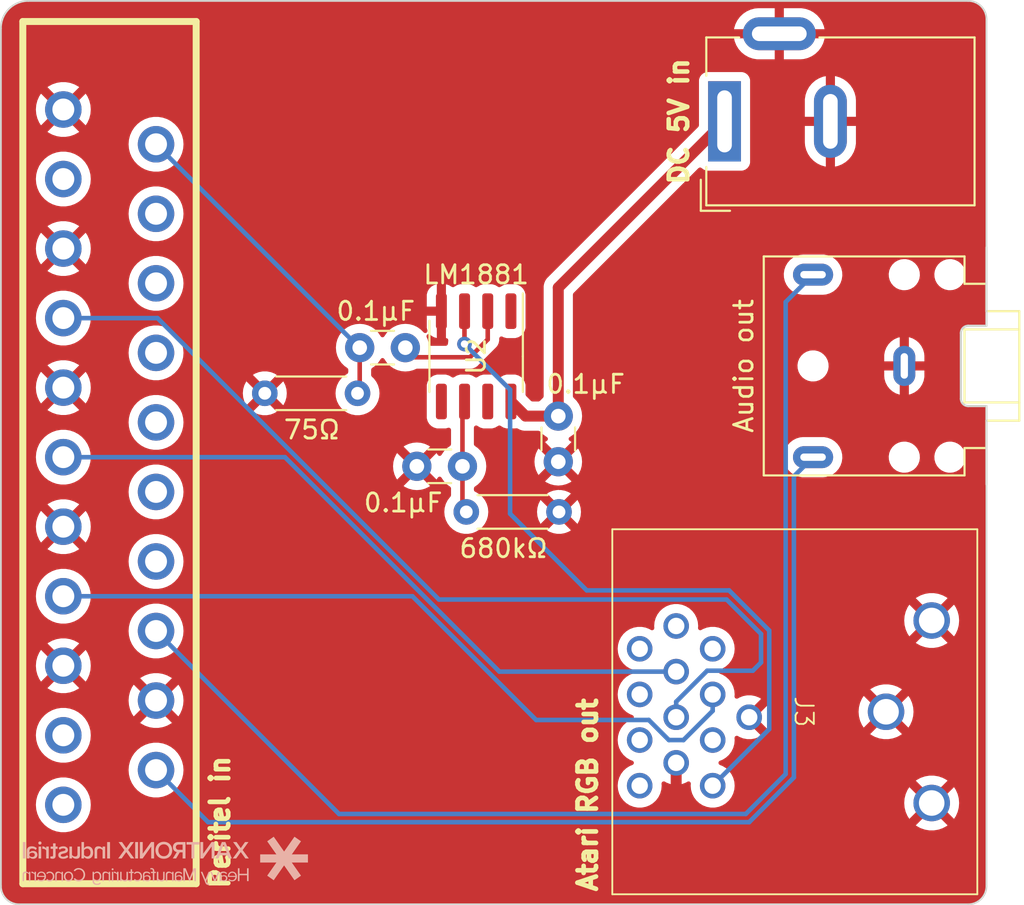
<source format=kicad_pcb>
(kicad_pcb (version 20221018) (generator pcbnew)

  (general
    (thickness 1.6)
  )

  (paper "A4")
  (layers
    (0 "F.Cu" signal)
    (31 "B.Cu" signal)
    (32 "B.Adhes" user "B.Adhesive")
    (33 "F.Adhes" user "F.Adhesive")
    (34 "B.Paste" user)
    (35 "F.Paste" user)
    (36 "B.SilkS" user "B.Silkscreen")
    (37 "F.SilkS" user "F.Silkscreen")
    (38 "B.Mask" user)
    (39 "F.Mask" user)
    (40 "Dwgs.User" user "User.Drawings")
    (41 "Cmts.User" user "User.Comments")
    (42 "Eco1.User" user "User.Eco1")
    (43 "Eco2.User" user "User.Eco2")
    (44 "Edge.Cuts" user)
    (45 "Margin" user)
    (46 "B.CrtYd" user "B.Courtyard")
    (47 "F.CrtYd" user "F.Courtyard")
    (48 "B.Fab" user)
    (49 "F.Fab" user)
    (50 "User.1" user)
    (51 "User.2" user)
    (52 "User.3" user)
    (53 "User.4" user)
    (54 "User.5" user)
    (55 "User.6" user)
    (56 "User.7" user)
    (57 "User.8" user)
    (58 "User.9" user)
  )

  (setup
    (pad_to_mask_clearance 0)
    (pcbplotparams
      (layerselection 0x00010fc_ffffffff)
      (plot_on_all_layers_selection 0x0000000_00000000)
      (disableapertmacros false)
      (usegerberextensions false)
      (usegerberattributes true)
      (usegerberadvancedattributes true)
      (creategerberjobfile true)
      (dashed_line_dash_ratio 12.000000)
      (dashed_line_gap_ratio 3.000000)
      (svgprecision 4)
      (plotframeref false)
      (viasonmask false)
      (mode 1)
      (useauxorigin false)
      (hpglpennumber 1)
      (hpglpenspeed 20)
      (hpglpendiameter 15.000000)
      (dxfpolygonmode true)
      (dxfimperialunits true)
      (dxfusepcbnewfont true)
      (psnegative false)
      (psa4output false)
      (plotreference true)
      (plotvalue true)
      (plotinvisibletext false)
      (sketchpadsonfab false)
      (subtractmaskfromsilk false)
      (outputformat 1)
      (mirror false)
      (drillshape 1)
      (scaleselection 1)
      (outputdirectory "")
    )
  )

  (net 0 "")
  (net 1 "GND")
  (net 2 "Net-(U2-INT)")
  (net 3 "CVBS")
  (net 4 "Net-(U2-VIDEO)")
  (net 5 "unconnected-(J1-P1-Pad1)")
  (net 6 "AUDIO_L")
  (net 7 "unconnected-(J1-P3-Pad3)")
  (net 8 "VIDEO_B")
  (net 9 "unconnected-(J1-P8-Pad8)")
  (net 10 "unconnected-(J1-P10-Pad10)")
  (net 11 "VIDEO_G")
  (net 12 "unconnected-(J1-P12-Pad12)")
  (net 13 "unconnected-(J1-P14-Pad14)")
  (net 14 "VIDEO_R")
  (net 15 "unconnected-(J1-P16-Pad16)")
  (net 16 "unconnected-(J1-P18-Pad18)")
  (net 17 "unconnected-(J1-P19-Pad19)")
  (net 18 "AUDIO_R")
  (net 19 "unconnected-(J3-Pad1)")
  (net 20 "unconnected-(J3-Pad2)")
  (net 21 "HSYNC")
  (net 22 "unconnected-(J3-Pad3)")
  (net 23 "VSYNC")
  (net 24 "unconnected-(U2-BURST-Pad5)")
  (net 25 "+5V")
  (net 26 "unconnected-(U2-O{slash}E-Pad7)")
  (net 27 "unconnected-(J3-Pad4)")
  (net 28 "unconnected-(J3-Pad5)")
  (net 29 "unconnected-(J3-Pad11)")
  (net 30 "Net-(U2-CSYNC)")

  (footprint "Capacitor_THT:C_Disc_D3.0mm_W1.6mm_P2.50mm" (layer "F.Cu") (at 137.16 80))

  (footprint "Connector_BarrelJack:BarrelJack_Wuerth_6941xx301002" (layer "F.Cu") (at 157.15 67.6 90))

  (footprint "Capacitor_THT:C_Disc_D3.0mm_W1.6mm_P2.50mm" (layer "F.Cu") (at 148.04 83.75 -90))

  (footprint "Connector_Audio:Jack_3.5mm_CUI_SJ1-3523N_Horizontal" (layer "F.Cu") (at 167 81 90))

  (footprint "Capacitor_THT:C_Disc_D3.0mm_W1.6mm_P2.50mm" (layer "F.Cu") (at 140.29 86.5))

  (footprint "Resistor_THT:R_Axial_DIN0204_L3.6mm_D1.6mm_P5.08mm_Horizontal" (layer "F.Cu") (at 131.96 82.5))

  (footprint "Resistor_THT:R_Axial_DIN0204_L3.6mm_D1.6mm_P5.08mm_Horizontal" (layer "F.Cu") (at 148.08 89 180))

  (footprint "sc1224-scart:SCART" (layer "F.Cu") (at 128.19964 86 90))

  (footprint "Package_SO:SOIC-8_3.9x4.9mm_P1.27mm" (layer "F.Cu") (at 143.54 80.475 -90))

  (footprint "sc1224-scart:DIN-13" (layer "F.Cu") (at 171 99.95 -90))

  (gr_poly
    (pts
      (xy 129.1838 109.230324)
      (xy 129.270583 109.230324)
      (xy 129.483308 108.719149)
      (xy 129.397583 108.719149)
      (xy 129.227191 109.138249)
      (xy 129.057858 108.719149)
      (xy 128.971075 108.719149)
    )

    (stroke (width 0) (type solid)) (fill solid) (layer "B.SilkS") (tstamp 06c9c3ad-1cea-47ab-bb47-0504d9d1aa9b))
  (gr_poly
    (pts
      (xy 119.165742 107.321683)
      (xy 119.139474 107.32391)
      (xy 119.113937 107.327718)
      (xy 119.089292 107.333187)
      (xy 119.077354 107.336568)
      (xy 119.065698 107.340395)
      (xy 119.054346 107.344676)
      (xy 119.043316 107.349421)
      (xy 119.032629 107.354641)
      (xy 119.022305 107.360346)
      (xy 119.012365 107.366544)
      (xy 119.002827 107.373246)
      (xy 118.993712 107.380463)
      (xy 118.98504 107.388203)
      (xy 118.976831 107.396477)
      (xy 118.969106 107.405294)
      (xy 118.961883 107.414665)
      (xy 118.955183 107.424599)
      (xy 118.949027 107.435106)
      (xy 118.943433 107.446197)
      (xy 118.938423 107.45788)
      (xy 118.934016 107.470167)
      (xy 118.930232 107.483066)
      (xy 118.927091 107.496588)
      (xy 118.924613 107.510742)
      (xy 118.922818 107.525539)
      (xy 118.921727 107.540988)
      (xy 118.921358 107.557099)
      (xy 118.921358 107.988899)
      (xy 119.063042 107.988899)
      (xy 119.063042 107.918731)
      (xy 119.072463 107.928818)
      (xy 119.082492 107.938326)
      (xy 119.093107 107.947245)
      (xy 119.104283 107.955565)
      (xy 119.115996 107.963276)
      (xy 119.128224 107.970369)
      (xy 119.140941 107.976832)
      (xy 119.154125 107.982658)
      (xy 119.167752 107.987835)
      (xy 119.181798 107.992354)
      (xy 119.196239 107.996205)
      (xy 119.211052 107.999377)
      (xy 119.226213 108.001862)
      (xy 119.241697 108.00365)
      (xy 119.257483 108.004729)
      (xy 119.273545 108.005091)
      (xy 119.293658 108.004253)
      (xy 119.313891 108.001736)
      (xy 119.33405 107.99754)
      (xy 119.353938 107.991661)
      (xy 119.363719 107.98809)
      (xy 119.373359 107.984098)
      (xy 119.382834 107.979684)
      (xy 119.392118 107.974849)
      (xy 119.401188 107.969592)
      (xy 119.410019 107.963912)
      (xy 119.418587 107.95781)
      (xy 119.426867 107.951285)
      (xy 119.434835 107.944337)
      (xy 119.442466 107.936966)
      (xy 119.449736 107.929171)
      (xy 119.45662 107.920953)
      (xy 119.463093 107.912311)
      (xy 119.469133 107.903244)
      (xy 119.474713 107.893753)
      (xy 119.47981 107.883837)
      (xy 119.484398 107.873497)
      (xy 119.488454 107.862731)
      (xy 119.491954 107.851539)
      (xy 119.494872 107.839922)
      (xy 119.497184 107.827879)
      (xy 119.498865 107.81541)
      (xy 119.499892 107.802514)
      (xy 119.50017 107.79189)
      (xy 119.357206 107.79189)
      (xy 119.357033 107.798396)
      (xy 119.35652 107.804756)
      (xy 119.355673 107.810966)
      (xy 119.354499 107.817022)
      (xy 119.353006 107.82292)
      (xy 119.351202 107.828655)
      (xy 119.349092 107.834225)
      (xy 119.346685 107.839624)
      (xy 119.343987 107.84485)
      (xy 119.341005 107.849897)
      (xy 119.337748 107.854763)
      (xy 119.334221 107.859443)
      (xy 119.330433 107.863933)
      (xy 119.32639 107.86823)
      (xy 119.322099 107.872329)
      (xy 119.317567 107.876226)
      (xy 119.312803 107.879918)
      (xy 119.307812 107.8834)
      (xy 119.302603 107.886668)
      (xy 119.297182 107.88972)
      (xy 119.291556 107.892549)
      (xy 119.285733 107.895154)
      (xy 119.279719 107.897529)
      (xy 119.273523 107.899671)
      (xy 119.260609 107.90324)
      (xy 119.247049 107.905828)
      (xy 119.2329 107.907404)
      (xy 119.21822 107.907936)
      (xy 119.206604 107.907668)
      (xy 119.195059 107.906864)
      (xy 119.183625 107.905526)
      (xy 119.172341 107.903656)
      (xy 119.161247 107.901257)
      (xy 119.150382 107.89833)
      (xy 119.139786 107.894877)
      (xy 119.129499 107.8909)
      (xy 119.119559 107.886402)
      (xy 119.110007 107.881383)
      (xy 119.100881 107.875847)
      (xy 119.092222 107.869795)
      (xy 119.08407 107.863229)
      (xy 119.080195 107.859754)
      (xy 119.076462 107.856151)
      (xy 119.072876 107.852421)
      (xy 119.06944 107.848563)
      (xy 119.066161 107.844579)
      (xy 119.063042 107.840467)
      (xy 119.063042 107.741963)
      (xy 119.06944 107.733867)
      (xy 119.076462 107.726279)
      (xy 119.08407 107.719201)
      (xy 119.092222 107.712635)
      (xy 119.100881 107.706583)
      (xy 119.110007 107.701047)
      (xy 119.119559 107.696029)
      (xy 119.129499 107.69153)
      (xy 119.139786 107.687553)
      (xy 119.150382 107.684101)
      (xy 119.161247 107.681174)
      (xy 119.172341 107.678774)
      (xy 119.183625 107.676905)
      (xy 119.195059 107.675567)
      (xy 119.206604 107.674763)
      (xy 119.21822 107.674494)
      (xy 119.225623 107.674628)
      (xy 119.2329 107.675027)
      (xy 119.240045 107.675687)
      (xy 119.247049 107.676605)
      (xy 119.253906 107.677777)
      (xy 119.260609 107.6792)
      (xy 119.26715 107.680868)
      (xy 119.273523 107.68278)
      (xy 119.279719 107.684931)
      (xy 119.285733 107.687318)
      (xy 119.291556 107.689936)
      (xy 119.297182 107.692782)
      (xy 119.302603 107.695853)
      (xy 119.307812 107.699144)
      (xy 119.312803 107.702652)
      (xy 119.317567 107.706373)
      (xy 119.322099 107.710304)
      (xy 119.32639 107.714441)
      (xy 119.330433 107.71878)
      (xy 119.334221 107.723317)
      (xy 119.337748 107.728049)
      (xy 119.341005 107.732972)
      (xy 119.343987 107.738082)
      (xy 119.346685 107.743376)
      (xy 119.349092 107.748849)
      (xy 119.351202 107.754499)
      (xy 119.353006 107.760321)
      (xy 119.354499 107.766312)
      (xy 119.355673 107.772468)
      (xy 119.35652 107.778786)
      (xy 119.357033 107.785261)
      (xy 119.357206 107.79189)
      (xy 119.50017 107.79189)
      (xy 119.50024 107.789191)
      (xy 119.499892 107.775405)
      (xy 119.498865 107.762129)
      (xy 119.497184 107.749357)
      (xy 119.494872 107.737085)
      (xy 119.491954 107.725308)
      (xy 119.488454 107.714021)
      (xy 119.484398 107.70322)
      (xy 119.47981 107.692901)
      (xy 119.474713 107.683057)
      (xy 119.469133 107.673686)
      (xy 119.463093 107.664781)
      (xy 119.45662 107.656338)
      (xy 119.449736 107.648354)
      (xy 119.442466 107.640822)
      (xy 119.434835 107.633738)
      (xy 119.426867 107.627098)
      (xy 119.418587 107.620896)
      (xy 119.410019 107.615129)
      (xy 119.401188 107.609791)
      (xy 119.392118 107.604878)
      (xy 119.382834 107.600385)
      (xy 119.373359 107.596307)
      (xy 119.353938 107.589378)
      (xy 119.33405 107.584055)
      (xy 119.313891 107.580299)
      (xy 119.293658 107.578073)
      (xy 119.273545 107.577339)
      (xy 119.257246 107.577671)
      (xy 119.241255 107.578665)
      (xy 119.225596 107.580319)
      (xy 119.210293 107.582631)
      (xy 119.195369 107.5856)
      (xy 119.180849 107.589223)
      (xy 119.166756 107.593498)
      (xy 119.153113 107.598423)
      (xy 119.139945 107.603997)
      (xy 119.127274 107.610217)
      (xy 119.115126 107.617082)
      (xy 119.103523 107.624589)
      (xy 119.09249 107.632736)
      (xy 119.082049 107.641522)
      (xy 119.072226 107.650944)
      (xy 119.063042 107.661001)
      (xy 119.063042 107.563846)
      (xy 119.063223 107.556849)
      (xy 119.063761 107.550029)
      (xy 119.064651 107.543389)
      (xy 119.065886 107.536932)
      (xy 119.06746 107.530661)
      (xy 119.069366 107.524578)
      (xy 119.0716 107.518687)
      (xy 119.074154 107.512991)
      (xy 119.077022 107.507493)
      (xy 119.080198 107.502195)
      (xy 119.083676 107.4971)
      (xy 119.08745 107.492213)
      (xy 119.091513 107.487535)
      (xy 119.09586 107.483069)
      (xy 119.100484 107.478819)
      (xy 119.105379 107.474787)
      (xy 119.110539 107.470976)
      (xy 119.115957 107.46739)
      (xy 119.121629 107.464032)
      (xy 119.127546 107.460903)
      (xy 119.133704 107.458008)
      (xy 119.140095 107.455349)
      (xy 119.153556 107.450751)
      (xy 119.167878 107.447134)
      (xy 119.183013 107.444521)
      (xy 119.198911 107.442936)
      (xy 119.215522 107.442402)
      (xy 119.229074 107.442718)
      (xy 119.242409 107.44367)
      (xy 119.255531 107.445257)
      (xy 119.268443 107.447483)
      (xy 119.281149 107.45035)
      (xy 119.293654 107.453858)
      (xy 119.305961 107.458012)
      (xy 119.318075 107.462811)
      (xy 119.329998 107.468259)
      (xy 119.341736 107.474357)
      (xy 119.353292 107.481108)
      (xy 119.36467 107.488513)
      (xy 119.375874 107.496574)
      (xy 119.386909 107.505293)
      (xy 119.397777 107.514672)
      (xy 119.408483 107.524714)
      (xy 119.466506 107.426209)
      (xy 119.452118 107.413242)
      (xy 119.437302 107.401154)
      (xy 119.42207 107.389939)
      (xy 119.406437 107.379593)
      (xy 119.390417 107.370108)
      (xy 119.374023 107.361479)
      (xy 119.357269 107.3537)
      (xy 119.34017 107.346765)
      (xy 119.322738 107.340668)
      (xy 119.304988 107.335403)
      (xy 119.286934 107.330965)
      (xy 119.268589 107.327347)
      (xy 119.249968 107.324543)
      (xy 119.231084 107.322547)
      (xy 119.21195 107.321354)
      (xy 119.192582 107.320958)
    )

    (stroke (width 0) (type solid)) (fill solid) (layer "B.SilkS") (tstamp 23ff7100-cece-4958-96e5-dee495f69067))
  (gr_poly
    (pts
      (xy 130.484491 109.230324)
      (xy 130.572333 109.230324)
      (xy 130.572333 108.906474)
      (xy 130.985083 108.906474)
      (xy 130.985083 109.230324)
      (xy 131.072925 109.230324)
      (xy 131.072925 108.524415)
      (xy 130.985083 108.524415)
      (xy 130.985083 108.828157)
      (xy 130.572333 108.828157)
      (xy 130.572333 108.524415)
      (xy 130.484491 108.524415)
    )

    (stroke (width 0) (type solid)) (fill solid) (layer "B.SilkS") (tstamp 24406bf6-348e-4f4d-95dd-6d2468315959))
  (gr_poly
    (pts
      (xy 124.609151 108.719149)
      (xy 124.505434 108.719149)
      (xy 124.505434 108.788999)
      (xy 124.609151 108.788999)
      (xy 124.609151 109.106499)
      (xy 124.608953 109.113514)
      (xy 124.608704 109.116921)
      (xy 124.608355 109.120257)
      (xy 124.607907 109.123518)
      (xy 124.607358 109.126702)
      (xy 124.606709 109.129805)
      (xy 124.60596 109.132825)
      (xy 124.605109 109.135758)
      (xy 124.604158 109.1386)
      (xy 124.603106 109.14135)
      (xy 124.601952 109.144004)
      (xy 124.600697 109.146558)
      (xy 124.599339 109.14901)
      (xy 124.59788 109.151357)
      (xy 124.596319 109.153595)
      (xy 124.594656 109.155721)
      (xy 124.59289 109.157733)
      (xy 124.591021 109.159627)
      (xy 124.58905 109.1614)
      (xy 124.586975 109.163049)
      (xy 124.584797 109.164571)
      (xy 124.582515 109.165962)
      (xy 124.58013 109.167221)
      (xy 124.577641 109.168343)
      (xy 124.575048 109.169325)
      (xy 124.572351 109.170165)
      (xy 124.569549 109.170859)
      (xy 124.566643 109.171404)
      (xy 124.563631 109.171797)
      (xy 124.560515 109.172035)
      (xy 124.557294 109.172115)
      (xy 124.553141 109.172006)
      (xy 124.549027 109.171683)
      (xy 124.544966 109.17116)
      (xy 124.540972 109.170445)
      (xy 124.537058 109.169551)
      (xy 124.533239 109.168488)
      (xy 124.529528 109.167266)
      (xy 124.52594 109.165898)
      (xy 124.522488 109.164393)
      (xy 124.519187 109.162762)
      (xy 124.51605 109.161017)
      (xy 124.513091 109.159167)
      (xy 124.510324 109.157225)
      (xy 124.507764 109.155201)
      (xy 124.505424 109.153105)
      (xy 124.503318 109.150949)
      (xy 124.480034 109.210215)
      (xy 124.483906 109.213723)
      (xy 124.487991 109.217094)
      (xy 124.492301 109.220317)
      (xy 124.496852 109.223378)
      (xy 124.501657 109.226266)
      (xy 124.506731 109.228968)
      (xy 124.512086 109.231471)
      (xy 124.517738 109.233763)
      (xy 124.523699 109.235832)
      (xy 124.529985 109.237666)
      (xy 124.536609 109.239251)
      (xy 124.543584 109.240576)
      (xy 124.550925 109.241628)
      (xy 124.558647 109.242395)
      (xy 124.566762 109.242864)
      (xy 124.575284 109.243024)
      (xy 124.58222 109.242897)
      (xy 124.588939 109.242518)
      (xy 124.59544 109.241888)
      (xy 124.601724 109.24101)
      (xy 124.60779 109.239886)
      (xy 124.613638 109.238517)
      (xy 124.619268 109.236905)
      (xy 124.624679 109.235053)
      (xy 124.629872 109.232962)
      (xy 124.634845 109.230634)
      (xy 124.6396 109.228071)
      (xy 124.644136 109.225276)
      (xy 124.648452 109.222249)
      (xy 124.652549 109.218994)
      (xy 124.656426 109.215511)
      (xy 124.660083 109.211803)
      (xy 124.66352 109.207872)
      (xy 124.666737 109.203719)
      (xy 124.669733 109.199347)
      (xy 124.672508 109.194758)
      (xy 124.675063 109.189953)
      (xy 124.677396 109.184935)
      (xy 124.679508 109.179705)
      (xy 124.681399 109.174265)
      (xy 124.683068 109.168618)
      (xy 124.684515 109.162764)
      (xy 124.68574 109.156707)
      (xy 124.686742 109.150448)
      (xy 124.687522 109.14399)
      (xy 124.68808 109.137332)
      (xy 124.688526 109.123432)
      (xy 124.688526 108.788999)
      (xy 124.773193 108.788999)
      (xy 124.773193 108.719149)
      (xy 124.688526 108.719149)
      (xy 124.688526 108.579449)
      (xy 124.609151 108.579449)
    )

    (stroke (width 0) (type solid)) (fill solid) (layer "B.SilkS") (tstamp 2746e559-fd78-49c0-8b43-f1c43448233e))
  (gr_poly
    (pts
      (xy 119.632238 107.053896)
      (xy 119.627773 107.054233)
      (xy 119.623375 107.054789)
      (xy 119.619048 107.055558)
      (xy 119.614798 107.056535)
      (xy 119.610631 107.057713)
      (xy 119.606551 107.059089)
      (xy 119.602565 107.060655)
      (xy 119.598678 107.062408)
      (xy 119.594895 107.06434)
      (xy 119.591222 107.066448)
      (xy 119.587664 107.068725)
      (xy 119.584227 107.071166)
      (xy 119.580915 107.073766)
      (xy 119.577735 107.076519)
      (xy 119.574692 107.07942)
      (xy 119.571792 107.082463)
      (xy 119.569039 107.085643)
      (xy 119.566439 107.088954)
      (xy 119.563998 107.092392)
      (xy 119.56172 107.09595)
      (xy 119.559613 107.099623)
      (xy 119.55768 107.103406)
      (xy 119.555928 107.107293)
      (xy 119.554361 107.111279)
      (xy 119.552986 107.115358)
      (xy 119.551807 107.119526)
      (xy 119.550831 107.123775)
      (xy 119.550062 107.128102)
      (xy 119.549506 107.132501)
      (xy 119.549168 107.136966)
      (xy 119.549055 107.141491)
      (xy 119.549168 107.146017)
      (xy 119.549506 107.150481)
      (xy 119.550062 107.15488)
      (xy 119.550831 107.159207)
      (xy 119.551807 107.163457)
      (xy 119.552986 107.167624)
      (xy 119.554361 107.171703)
      (xy 119.555928 107.175689)
      (xy 119.55768 107.179576)
      (xy 119.559613 107.183359)
      (xy 119.56172 107.187032)
      (xy 119.563998 107.19059)
      (xy 119.566439 107.194028)
      (xy 119.569039 107.197339)
      (xy 119.571792 107.200519)
      (xy 119.574692 107.203562)
      (xy 119.577735 107.206463)
      (xy 119.580915 107.209216)
      (xy 119.584227 107.211816)
      (xy 119.587664 107.214257)
      (xy 119.591222 107.216534)
      (xy 119.594895 107.218642)
      (xy 119.598678 107.220575)
      (xy 119.602565 107.222327)
      (xy 119.606551 107.223894)
      (xy 119.610631 107.225269)
      (xy 119.614798 107.226448)
      (xy 119.619048 107.227424)
      (xy 119.623375 107.228193)
      (xy 119.627773 107.228749)
      (xy 119.632238 107.229087)
      (xy 119.636764 107.229201)
      (xy 119.64117 107.229087)
      (xy 119.645531 107.228749)
      (xy 119.649841 107.228193)
      (xy 119.654092 107.227424)
      (xy 119.658279 107.226448)
      (xy 119.662395 107.225269)
      (xy 119.666435 107.223894)
      (xy 119.670392 107.222327)
      (xy 119.67426 107.220575)
      (xy 119.678033 107.218642)
      (xy 119.681705 107.216534)
      (xy 119.68527 107.214257)
      (xy 119.68872 107.211816)
      (xy 119.692051 107.209216)
      (xy 119.695256 107.206463)
      (xy 119.698328 107.203562)
      (xy 119.701263 107.200519)
      (xy 119.704052 107.197339)
      (xy 119.706691 107.194028)
      (xy 119.709173 107.19059)
      (xy 119.711493 107.187032)
      (xy 119.713642 107.183359)
      (xy 119.715617 107.179576)
      (xy 119.717409 107.175689)
      (xy 119.719014 107.171703)
      (xy 119.720425 107.167624)
      (xy 119.721636 107.163457)
      (xy 119.722641 107.159207)
      (xy 119.723433 107.15488)
      (xy 119.724006 107.150481)
      (xy 119.724355 107.146017)
      (xy 119.724473 107.141491)
      (xy 119.724355 107.136966)
      (xy 119.724006 107.132501)
      (xy 119.723433 107.128102)
      (xy 119.722641 107.123775)
      (xy 119.721636 107.119526)
      (xy 119.720425 107.115358)
      (xy 119.719014 107.111279)
      (xy 119.717409 107.107293)
      (xy 119.715617 107.103406)
      (xy 119.713642 107.099623)
      (xy 119.711493 107.09595)
      (xy 119.709173 107.092392)
      (xy 119.706691 107.088954)
      (xy 119.704052 107.085643)
      (xy 119.701263 107.082463)
      (xy 119.698328 107.07942)
      (xy 119.695256 107.076519)
      (xy 119.692051 107.073766)
      (xy 119.68872 107.071166)
      (xy 119.68527 107.068725)
      (xy 119.681705 107.066448)
      (xy 119.678033 107.06434)
      (xy 119.67426 107.062408)
      (xy 119.670392 107.060655)
      (xy 119.666435 107.059089)
      (xy 119.662395 107.057713)
      (xy 119.658279 107.056535)
      (xy 119.654092 107.055558)
      (xy 119.649841 107.054789)
      (xy 119.645531 107.054233)
      (xy 119.64117 107.053896)
      (xy 119.636764 107.053782)
    )

    (stroke (width 0) (type solid)) (fill solid) (layer "B.SilkS") (tstamp 29fe4e54-6bf7-418c-a838-cc642e010353))
  (gr_poly
    (pts
      (xy 131.713481 108.20718)
      (xy 134.319626 108.20718)
      (xy 134.319626 107.770617)
      (xy 131.713481 107.770617)
    )

    (stroke (width 0.013249) (type solid)) (fill solid) (layer "B.SilkS") (tstamp 3104c7d1-0bc1-4c74-896a-62573d5e8d8e))
  (gr_poly
    (pts
      (xy 123.320927 107.988899)
      (xy 123.478805 107.988899)
      (xy 123.478805 107.088866)
      (xy 123.320927 107.088866)
    )

    (stroke (width 0) (type solid)) (fill solid) (layer "B.SilkS") (tstamp 33ad41a6-c5b5-42cd-9b12-20e56d6e4343))
  (gr_poly
    (pts
      (xy 119.768712 107.462642)
      (xy 119.773393 107.461694)
      (xy 119.778327 107.460871)
      (xy 119.783513 107.460176)
      (xy 119.788953 107.459606)
      (xy 119.794645 107.459164)
      (xy 119.800591 107.458847)
      (xy 119.80679 107.458658)
      (xy 119.813242 107.458594)
      (xy 119.818865 107.458712)
      (xy 119.824594 107.45906)
      (xy 119.836315 107.460423)
      (xy 119.848302 107.462633)
      (xy 119.860448 107.465636)
      (xy 119.87265 107.469383)
      (xy 119.884803 107.473822)
      (xy 119.896801 107.478901)
      (xy 119.908541 107.48457)
      (xy 119.919916 107.490776)
      (xy 119.930824 107.497468)
      (xy 119.941158 107.504595)
      (xy 119.950814 107.512105)
      (xy 119.959688 107.519948)
      (xy 119.967674 107.528071)
      (xy 119.971301 107.532222)
      (xy 119.974667 107.536424)
      (xy 119.977759 107.54067)
      (xy 119.980564 107.544954)
      (xy 119.980564 107.988899)
      (xy 120.122249 107.988899)
      (xy 120.122249 107.337151)
      (xy 119.980565 107.337151)
      (xy 119.980565 107.432956)
      (xy 119.971115 107.421484)
      (xy 119.961002 107.41038)
      (xy 119.950261 107.399695)
      (xy 119.938924 107.389481)
      (xy 119.927027 107.379788)
      (xy 119.914601 107.370669)
      (xy 119.901682 107.362174)
      (xy 119.888301 107.354355)
      (xy 119.874494 107.347264)
      (xy 119.860294 107.340951)
      (xy 119.845734 107.335468)
      (xy 119.830847 107.330868)
      (xy 119.815668 107.3272)
      (xy 119.800231 107.324516)
      (xy 119.784567 107.322868)
      (xy 119.768712 107.322307)
    )

    (stroke (width 0) (type solid)) (fill solid) (layer "B.SilkS") (tstamp 34ee5907-4d13-49d8-94cc-1a5e3a8d5df5))
  (gr_poly
    (pts
      (xy 119.565247 107.988899)
      (xy 119.706931 107.988899)
      (xy 119.706931 107.337151)
      (xy 119.565247 107.337151)
    )

    (stroke (width 0) (type solid)) (fill solid) (layer "B.SilkS") (tstamp 3cd297b8-9c5d-4de8-a39b-a6069a75f6fe))
  (gr_poly
    (pts
      (xy 127.202094 107.089203)
      (xy 127.185952 107.090209)
      (xy 127.170194 107.091871)
      (xy 127.154829 107.094176)
      (xy 127.139868 107.097113)
      (xy 127.125319 107.100669)
      (xy 127.111194 107.104832)
      (xy 127.097502 107.109591)
      (xy 127.084252 107.114933)
      (xy 127.071455 107.120846)
      (xy 127.05912 107.127317)
      (xy 127.047258 107.134336)
      (xy 127.035879 107.141889)
      (xy 127.024991 107.149965)
      (xy 127.014606 107.158551)
      (xy 127.004732 107.167635)
      (xy 126.99538 107.177206)
      (xy 126.98656 107.187251)
      (xy 126.978282 107.197758)
      (xy 126.970555 107.208715)
      (xy 126.963389 107.22011)
      (xy 126.956795 107.23193)
      (xy 126.950782 107.244164)
      (xy 126.94536 107.256799)
      (xy 126.940538 107.269824)
      (xy 126.936328 107.283227)
      (xy 126.932738 107.296994)
      (xy 126.929779 107.311114)
      (xy 126.92746 107.325576)
      (xy 126.925791 107.340366)
      (xy 126.924783 107.355473)
      (xy 126.924444 107.370885)
      (xy 126.92475 107.385722)
      (xy 126.925653 107.400124)
      (xy 126.927135 107.414094)
      (xy 126.929178 107.427632)
      (xy 126.931762 107.44074)
      (xy 126.934869 107.453417)
      (xy 126.93848 107.465665)
      (xy 126.942577 107.477486)
      (xy 126.94714 107.488879)
      (xy 126.95215 107.499846)
      (xy 126.95759 107.510389)
      (xy 126.963439 107.520507)
      (xy 126.96968 107.530203)
      (xy 126.976294 107.539476)
      (xy 126.983262 107.548329)
      (xy 126.990564 107.556761)
      (xy 126.998183 107.564775)
      (xy 127.006099 107.57237)
      (xy 127.014294 107.579548)
      (xy 127.022749 107.586311)
      (xy 127.031445 107.592658)
      (xy 127.040363 107.598591)
      (xy 127.049485 107.604111)
      (xy 127.058792 107.609218)
      (xy 127.068265 107.613915)
      (xy 127.077885 107.618201)
      (xy 127.097491 107.625548)
      (xy 127.117462 107.631266)
      (xy 127.137646 107.635362)
      (xy 126.917698 107.988899)
      (xy 127.099863 107.988899)
      (xy 127.299571 107.652904)
      (xy 127.456098 107.652904)
      (xy 127.456098 107.988899)
      (xy 127.613975 107.988899)
      (xy 127.613975 107.227851)
      (xy 127.456099 107.227851)
      (xy 127.456099 107.513919)
      (xy 127.240198 107.513919)
      (xy 127.231921 107.513753)
      (xy 127.223794 107.513261)
      (xy 127.215824 107.512446)
      (xy 127.208019 107.511315)
      (xy 127.200385 107.509871)
      (xy 127.192931 107.508119)
      (xy 127.185664 107.506065)
      (xy 127.178591 107.503714)
      (xy 127.17172 107.50107)
      (xy 127.165057 107.498139)
      (xy 127.158611 107.494924)
      (xy 127.152389 107.491433)
      (xy 127.146398 107.487668)
      (xy 127.140646 107.483635)
      (xy 127.13514 107.47934)
      (xy 127.129887 107.474787)
      (xy 127.124895 107.46998)
      (xy 127.120172 107.464926)
      (xy 127.115724 107.459629)
      (xy 127.11156 107.454093)
      (xy 127.107686 107.448324)
      (xy 127.10411 107.442327)
      (xy 127.100839 107.436106)
      (xy 127.097882 107.429667)
      (xy 127.095244 107.423015)
      (xy 127.092934 107.416154)
      (xy 127.090959 107.409089)
      (xy 127.089327 107.401826)
      (xy 127.088044 107.394369)
      (xy 127.087119 107.386723)
      (xy 127.086558 107.378893)
      (xy 127.08637 107.370885)
      (xy 127.086558 107.362876)
      (xy 127.087119 107.355047)
      (xy 127.088044 107.347401)
      (xy 127.089327 107.339944)
      (xy 127.090959 107.332681)
      (xy 127.092934 107.325616)
      (xy 127.095244 107.318755)
      (xy 127.097882 107.312103)
      (xy 127.100839 107.305664)
      (xy 127.10411 107.299443)
      (xy 127.107686 107.293446)
      (xy 127.11156 107.287677)
      (xy 127.115724 107.282141)
      (xy 127.120172 107.276844)
      (xy 127.124895 107.271789)
      (xy 127.129887 107.266983)
      (xy 127.13514 107.26243)
      (xy 127.140646 107.258134)
      (xy 127.146398 107.254102)
      (xy 127.152389 107.250337)
      (xy 127.158611 107.246845)
      (xy 127.165057 107.243631)
      (xy 127.17172 107.2407)
      (xy 127.178591 107.238056)
      (xy 127.185664 107.235704)
      (xy 127.192931 107.233651)
      (xy 127.200385 107.231899)
      (xy 127.208019 107.230455)
      (xy 127.215824 107.229323)
      (xy 127.223794 107.228509)
      (xy 127.231921 107.228016)
      (xy 127.240198 107.227851)
      (xy 127.456099 107.227851)
      (xy 127.613975 107.227851)
      (xy 127.613975 107.088866)
      (xy 127.218609 107.088866)
    )

    (stroke (width 0) (type solid)) (fill solid) (layer "B.SilkS") (tstamp 46f9b088-920d-4d7d-b947-189131771ba3))
  (gr_poly
    (pts
      (xy 121.74347 108.512949)
      (xy 121.731825 108.513471)
      (xy 121.720418 108.514331)
      (xy 121.709247 108.515521)
      (xy 121.69831 108.517035)
      (xy 121.687605 108.518864)
      (xy 121.677131 108.521002)
      (xy 121.666884 108.52344)
      (xy 121.656864 108.526171)
      (xy 121.647069 108.529188)
      (xy 121.637496 108.532482)
      (xy 121.628143 108.536047)
      (xy 121.61901 108.539875)
      (xy 121.610092 108.543957)
      (xy 121.60139 108.548288)
      (xy 121.5929 108.552858)
      (xy 121.584621 108.557661)
      (xy 121.576551 108.562689)
      (xy 121.568688 108.567935)
      (xy 121.56103 108.57339)
      (xy 121.546322 108.584901)
      (xy 121.53241 108.597159)
      (xy 121.519279 108.610107)
      (xy 121.506915 108.623682)
      (xy 121.495301 108.637824)
      (xy 121.484421 108.652474)
      (xy 121.558504 108.693749)
      (xy 121.566424 108.682829)
      (xy 121.57508 108.672322)
      (xy 121.58444 108.662267)
      (xy 121.594471 108.652705)
      (xy 121.605141 108.643677)
      (xy 121.616417 108.635222)
      (xy 121.628266 108.627381)
      (xy 121.640657 108.620195)
      (xy 121.653557 108.613703)
      (xy 121.666932 108.607945)
      (xy 121.68075 108.602963)
      (xy 121.69498 108.598796)
      (xy 121.709588 108.595486)
      (xy 121.724541 108.593071)
      (xy 121.739808 108.591592)
      (xy 121.755355 108.59109)
      (xy 121.769441 108.591436)
      (xy 121.783314 108.592463)
      (xy 121.796958 108.594159)
      (xy 121.810357 108.596512)
      (xy 121.823497 108.59951)
      (xy 121.836361 108.603139)
      (xy 121.848936 108.607386)
      (xy 121.861204 108.612241)
      (xy 121.873152 108.617689)
      (xy 121.884764 108.623718)
      (xy 121.896024 108.630315)
      (xy 121.906917 108.637469)
      (xy 121.917428 108.645166)
      (xy 121.927542 108.653394)
      (xy 121.937243 108.66214)
      (xy 121.946516 108.671392)
      (xy 121.955345 108.681136)
      (xy 121.963716 108.691361)
      (xy 121.971613 108.702054)
      (xy 121.97902 108.713202)
      (xy 121.985923 108.724792)
      (xy 121.992306 108.736813)
      (xy 121.998153 108.749251)
      (xy 122.00345 108.762094)
      (xy 122.008182 108.775329)
      (xy 122.012332 108.788944)
      (xy 122.015885 108.802925)
      (xy 122.018827 108.817262)
      (xy 122.021142 108.83194)
      (xy 122.022814 108.846947)
      (xy 122.023829 108.862271)
      (xy 122.024171 108.877899)
      (xy 122.023829 108.893434)
      (xy 122.022814 108.908676)
      (xy 122.021142 108.923613)
      (xy 122.018827 108.938232)
      (xy 122.015885 108.952519)
      (xy 122.012332 108.966461)
      (xy 122.008182 108.980045)
      (xy 122.00345 108.993257)
      (xy 121.998153 109.006085)
      (xy 121.992306 109.018515)
      (xy 121.985923 109.030535)
      (xy 121.97902 109.042131)
      (xy 121.971613 109.053289)
      (xy 121.963716 109.063997)
      (xy 121.955345 109.074241)
      (xy 121.946516 109.084009)
      (xy 121.937243 109.093287)
      (xy 121.927542 109.102062)
      (xy 121.917428 109.11032)
      (xy 121.906917 109.118049)
      (xy 121.896024 109.125236)
      (xy 121.884764 109.131867)
      (xy 121.873152 109.137928)
      (xy 121.861204 109.143408)
      (xy 121.848936 109.148292)
      (xy 121.836361 109.152568)
      (xy 121.823497 109.156222)
      (xy 121.810357 109.159242)
      (xy 121.796958 109.161613)
      (xy 121.783314 109.163323)
      (xy 121.769441 109.164359)
      (xy 121.755355 109.164707)
      (xy 121.747548 109.164584)
      (xy 121.739808 109.164217)
      (xy 121.732137 109.163611)
      (xy 121.724541 109.16277)
      (xy 121.717023 109.161699)
      (xy 121.709588 109.160403)
      (xy 121.702238 109.158885)
      (xy 121.69498 109.15715)
      (xy 121.687816 109.155203)
      (xy 121.68075 109.153048)
      (xy 121.666932 109.148131)
      (xy 121.653557 109.142437)
      (xy 121.640657 109.136)
      (xy 121.628266 109.128856)
      (xy 121.616417 109.12104)
      (xy 121.605141 109.11259)
      (xy 121.594471 109.103539)
      (xy 121.58444 109.093924)
      (xy 121.57508 109.08378)
      (xy 121.566424 109.073143)
      (xy 121.558504 109.062049)
      (xy 121.483362 109.103324)
      (xy 121.494777 109.118148)
      (xy 121.506813 109.13242)
      (xy 121.519497 109.146084)
      (xy 121.532856 109.159085)
      (xy 121.546915 109.171366)
      (xy 121.561702 109.182872)
      (xy 121.577242 109.193548)
      (xy 121.593561 109.203336)
      (xy 121.610687 109.212182)
      (xy 121.628646 109.22003)
      (xy 121.647463 109.226823)
      (xy 121.667165 109.232506)
      (xy 121.687779 109.237024)
      (xy 121.709332 109.24032)
      (xy 121.731848 109.242338)
      (xy 121.755355 109.243024)
      (xy 121.773986 109.242592)
      (xy 121.792359 109.241307)
      (xy 121.810453 109.239183)
      (xy 121.828245 109.236234)
      (xy 121.845715 109.232475)
      (xy 121.862839 109.22792)
      (xy 121.879596 109.222585)
      (xy 121.895964 109.216483)
      (xy 121.911921 109.209629)
      (xy 121.927446 109.202038)
      (xy 121.942516 109.193724)
      (xy 121.95711 109.184702)
      (xy 121.971205 109.174986)
      (xy 121.984779 109.164591)
      (xy 121.997812 109.153531)
      (xy 122.01028 109.141821)
      (xy 122.022163 109.129475)
      (xy 122.033437 109.116508)
      (xy 122.044082 109.102935)
      (xy 122.054075 109.08877)
      (xy 122.063395 109.074027)
      (xy 122.072018 109.058721)
      (xy 122.079925 109.042867)
      (xy 122.087092 109.026479)
      (xy 122.093498 109.009572)
      (xy 122.099121 108.992159)
      (xy 122.103939 108.974257)
      (xy 122.10793 108.955879)
      (xy 122.111072 108.937039)
      (xy 122.113344 108.917753)
      (xy 122.114723 108.898035)
      (xy 122.115188 108.877899)
      (xy 122.114723 108.857763)
      (xy 122.113344 108.838045)
      (xy 122.111073 108.818759)
      (xy 122.10793 108.799919)
      (xy 122.103939 108.781541)
      (xy 122.099121 108.763638)
      (xy 122.093498 108.746226)
      (xy 122.087092 108.729319)
      (xy 122.079925 108.712931)
      (xy 122.072019 108.697077)
      (xy 122.063395 108.681771)
      (xy 122.054076 108.667028)
      (xy 122.044083 108.652863)
      (xy 122.033438 108.639289)
      (xy 122.022163 108.626323)
      (xy 122.010281 108.613977)
      (xy 121.997813 108.602267)
      (xy 121.98478 108.591207)
      (xy 121.971205 108.580812)
      (xy 121.95711 108.571096)
      (xy 121.942517 108.562074)
      (xy 121.927447 108.55376)
      (xy 121.911922 108.546169)
      (xy 121.895965 108.539315)
      (xy 121.879596 108.533213)
      (xy 121.862839 108.527878)
      (xy 121.845715 108.523323)
      (xy 121.828246 108.519564)
      (xy 121.810453 108.516615)
      (xy 121.792359 108.514491)
      (xy 121.773986 108.513206)
      (xy 121.755355 108.512774)
    )

    (stroke (width 0) (type solid)) (fill solid) (layer "B.SilkS") (tstamp 478765a7-f1d4-4c42-b794-84af9ef2ecf6))
  (gr_poly
    (pts
      (xy 130.165393 108.706799)
      (xy 130.151471 108.707841)
      (xy 130.137931 108.709557)
      (xy 130.124778 108.711932)
      (xy 130.112018 108.71495)
      (xy 130.099655 108.718594)
      (xy 130.087694 108.722849)
      (xy 130.076141 108.727698)
      (xy 130.064999 108.733125)
      (xy 130.054276 108.739114)
      (xy 130.043975 108.74565)
      (xy 130.034101 108.752715)
      (xy 130.02466 108.760295)
      (xy 130.015656 108.768372)
      (xy 130.007095 108.776931)
      (xy 129.998981 108.785956)
      (xy 129.991321 108.79543)
      (xy 129.984118 108.805338)
      (xy 129.977378 108.815663)
      (xy 129.971105 108.826389)
      (xy 129.965306 108.837501)
      (xy 129.959984 108.848982)
      (xy 129.955145 108.860816)
      (xy 129.950794 108.872987)
      (xy 129.946936 108.885479)
      (xy 129.943577 108.898276)
      (xy 129.94072 108.911361)
      (xy 129.938371 108.924719)
      (xy 129.935218 108.952189)
      (xy 129.934159 108.980557)
      (xy 129.934159 109.000665)
      (xy 130.347967 109.000665)
      (xy 130.347192 109.009646)
      (xy 130.346062 109.018521)
      (xy 130.344578 109.02728)
      (xy 130.342745 109.035911)
      (xy 130.340567 109.044401)
      (xy 130.338047 109.052739)
      (xy 130.335187 109.060913)
      (xy 130.331993 109.068911)
      (xy 130.328466 109.076722)
      (xy 130.324612 109.084333)
      (xy 130.320432 109.091733)
      (xy 130.315932 109.09891)
      (xy 130.311113 109.105853)
      (xy 130.30598 109.112548)
      (xy 130.300537 109.118985)
      (xy 130.294786 109.125152)
      (xy 130.288731 109.131036)
      (xy 130.282375 109.136627)
      (xy 130.275723 109.141911)
      (xy 130.268778 109.146879)
      (xy 130.261542 109.151516)
      (xy 130.254021 109.155813)
      (xy 130.246216 109.159756)
      (xy 130.238132 109.163334)
      (xy 130.229771 109.166536)
      (xy 130.221139 109.169349)
      (xy 130.212237 109.171762)
      (xy 130.20307 109.173763)
      (xy 130.193641 109.175339)
      (xy 130.183953 109.17648)
      (xy 130.174011 109.177173)
      (xy 130.163817 109.177407)
      (xy 130.152895 109.177135)
      (xy 130.141978 109.176326)
      (xy 130.131095 109.174986)
      (xy 130.120276 109.173124)
      (xy 130.10955 109.170747)
      (xy 130.098946 109.167863)
      (xy 130.088494 109.16448)
      (xy 130.078224 109.160606)
      (xy 130.068164 109.156248)
      (xy 130.058345 109.151414)
      (xy 130.048796 109.146111)
      (xy 130.039545 109.140349)
      (xy 130.030624 109.134133)
      (xy 130.02206 109.127473)
      (xy 130.013884 109.120375)
      (xy 130.006125 109.112849)
      (xy 129.968025 109.164707)
      (xy 129.97776 109.173958)
      (xy 129.987912 109.182657)
      (xy 129.998477 109.190798)
      (xy 130.009449 109.198375)
      (xy 130.020824 109.205381)
      (xy 130.032598 109.211811)
      (xy 130.044765 109.217658)
      (xy 130.057322 109.222915)
      (xy 130.070263 109.227577)
      (xy 130.083584 109.231638)
      (xy 130.09728 109.235091)
      (xy 130.111346 109.23793)
      (xy 130.125779 109.240149)
      (xy 130.140572 109.241742)
      (xy 130.155723 109.242702)
      (xy 130.171225 109.243023)
      (xy 130.185287 109.242706)
      (xy 130.199089 109.24176)
      (xy 130.212618 109.240197)
      (xy 130.225863 109.238027)
      (xy 130.238811 109.235261)
      (xy 130.25145 109.23191)
      (xy 130.263768 109.227984)
      (xy 130.275752 109.223494)
      (xy 130.28739 109.21845)
      (xy 130.29867 109.212864)
      (xy 130.309581 109.206745)
      (xy 130.320109 109.200105)
      (xy 130.330242 109.192954)
      (xy 130.339969 109.185303)
      (xy 130.349276 109.177163)
      (xy 130.358153 109.168543)
      (xy 130.366586 109.159456)
      (xy 130.374563 109.149911)
      (xy 130.382073 109.139919)
      (xy 130.389103 109.12949)
      (xy 130.39564 109.118637)
      (xy 130.401673 109.107368)
      (xy 130.40719 109.095695)
      (xy 130.412177 109.083629)
      (xy 130.416624 109.071179)
      (xy 130.420517 109.058357)
      (xy 130.423845 109.045174)
      (xy 130.426595 109.03164)
      (xy 130.428755 109.017766)
      (xy 130.430313 109.003561)
      (xy 130.431257 108.989038)
      (xy 130.431574 108.974207)
      (xy 130.431575 108.974207)
      (xy 130.431267 108.960403)
      (xy 130.430351 108.946783)
      (xy 130.429864 108.942457)
      (xy 130.347967 108.942457)
      (xy 130.012475 108.942457)
      (xy 130.01326 108.927986)
      (xy 130.015234 108.913258)
      (xy 130.018421 108.898436)
      (xy 130.022843 108.883686)
      (xy 130.028524 108.869172)
      (xy 130.031844 108.862054)
      (xy 130.035487 108.855058)
      (xy 130.039457 108.848202)
      (xy 130.043756 108.841507)
      (xy 130.048387 108.834995)
      (xy 130.053353 108.828686)
      (xy 130.058657 108.8226)
      (xy 130.064302 108.816758)
      (xy 130.07029 108.81118)
      (xy 130.076626 108.805886)
      (xy 130.083311 108.800899)
      (xy 130.090348 108.796237)
      (xy 130.097741 108.791922)
      (xy 130.105492 108.787973)
      (xy 130.113605 108.784413)
      (xy 130.122081 108.78126)
      (xy 130.130925 108.778536)
      (xy 130.140138 108.776261)
      (xy 130.149725 108.774456)
      (xy 130.159687 108.773142)
      (xy 130.170027 108.772338)
      (xy 130.18075 108.772065)
      (xy 130.190808 108.772332)
      (xy 130.200545 108.773118)
      (xy 130.209962 108.774406)
      (xy 130.219059 108.776175)
      (xy 130.227837 108.778405)
      (xy 130.236298 108.781079)
      (xy 130.244442 108.784175)
      (xy 130.25227 108.787676)
      (xy 130.259784 108.791561)
      (xy 130.266984 108.795811)
      (xy 130.273871 108.800406)
      (xy 130.280446 108.805328)
      (xy 130.286711 108.810557)
      (xy 130.292665 108.816074)
      (xy 130.298311 108.821859)
      (xy 130.303649 108.827892)
      (xy 130.30868 108.834155)
      (xy 130.313404 108.840629)
      (xy 130.317824 108.847292)
      (xy 130.32194 108.854127)
      (xy 130.329263 108.868234)
      (xy 130.335382 108.882793)
      (xy 130.340304 108.89765)
      (xy 130.344037 108.91265)
      (xy 130.346589 108.927637)
      (xy 130.347967 108.942457)
      (xy 130.429864 108.942457)
      (xy 130.428839 108.933363)
      (xy 130.426742 108.920161)
      (xy 130.424074 108.907194)
      (xy 130.420846 108.894477)
      (xy 130.417069 108.882027)
      (xy 130.412757 108.869862)
      (xy 130.40792 108.857997)
      (xy 130.402572 108.84645)
      (xy 130.396723 108.835236)
      (xy 130.390387 108.824374)
      (xy 130.383575 108.813879)
      (xy 130.376299 108.803768)
      (xy 130.36857 108.794058)
      (xy 130.360402 108.784765)
      (xy 130.351806 108.775906)
      (xy 130.342795 108.767498)
      (xy 130.333379 108.759558)
      (xy 130.323572 108.752101)
      (xy 130.313384 108.745146)
      (xy 130.302829 108.738707)
      (xy 130.291918 108.732803)
      (xy 130.280664 108.72745)
      (xy 130.269077 108.722664)
      (xy 130.257171 108.718462)
      (xy 130.244957 108.71486)
      (xy 130.232447 108.711877)
      (xy 130.219654 108.709527)
      (xy 130.206589 108.707828)
      (xy 130.193264 108.706796)
      (xy 130.179692 108.706448)
    )

    (stroke (width 0) (type solid)) (fill solid) (layer "B.SilkS") (tstamp 5125e255-e8c5-431e-a1eb-81348f1528e6))
  (gr_poly
    (pts
      (xy 129.250952 107.988899)
      (xy 129.423672 107.988899)
      (xy 129.489791 107.816179)
      (xy 129.916194 107.816179)
      (xy 129.982313 107.988899)
      (xy 130.155033 107.988899)
      (xy 130.032594 107.677193)
      (xy 129.871665 107.677193)
      (xy 129.534321 107.677193)
      (xy 129.702992 107.222454)
      (xy 129.871665 107.677193)
      (xy 130.032594 107.677193)
      (xy 129.801497 107.088866)
      (xy 129.604488 107.088866)
    )

    (stroke (width 0) (type solid)) (fill solid) (layer "B.SilkS") (tstamp 5735e200-d733-4116-a6e6-904dcf2dfade))
  (gr_poly
    (pts
      (xy 118.701992 107.988899)
      (xy 118.843676 107.988899)
      (xy 118.843676 107.088866)
      (xy 118.701992 107.088866)
    )

    (stroke (width 0) (type solid)) (fill solid) (layer "B.SilkS") (tstamp 5c8cbca1-0d59-4d48-9f79-8603a8a3c42c))
  (gr_poly
    (pts
      (xy 122.759603 108.706842)
      (xy 122.746987 108.708013)
      (xy 122.734582 108.709944)
      (xy 122.722406 108.712617)
      (xy 122.710478 108.716015)
      (xy 122.698816 108.720122)
      (xy 122.68744 108.72492)
      (xy 122.676368 108.730393)
      (xy 122.665618 108.736523)
      (xy 122.65521 108.743294)
      (xy 122.645161 108.750687)
      (xy 122.63549 108.758687)
      (xy 122.626216 108.767276)
      (xy 122.617358 108.776437)
      (xy 122.608933 108.786153)
      (xy 122.600962 108.796407)
      (xy 122.600962 108.719149)
      (xy 122.521586 108.719149)
      (xy 122.521586 109.215507)
      (xy 122.52193 109.231043)
      (xy 122.522948 109.245908)
      (xy 122.524619 109.260115)
      (xy 122.526924 109.273674)
      (xy 122.52984 109.286597)
      (xy 122.533349 109.298897)
      (xy 122.537428 109.310584)
      (xy 122.542059 109.321671)
      (xy 122.547219 109.332168)
      (xy 122.55289 109.342088)
      (xy 122.559049 109.351442)
      (xy 122.565677 109.360242)
      (xy 122.572753 109.368499)
      (xy 122.580257 109.376226)
      (xy 122.588167 109.383433)
      (xy 122.596464 109.390132)
      (xy 122.605127 109.396335)
      (xy 122.614135 109.402054)
      (xy 122.623468 109.407299)
      (xy 122.633105 109.412084)
      (xy 122.643025 109.416419)
      (xy 122.653209 109.420316)
      (xy 122.674285 109.426843)
      (xy 122.696166 109.431757)
      (xy 122.718689 109.435152)
      (xy 122.74169 109.437121)
      (xy 122.765004 109.437757)
      (xy 122.78096 109.437552)
      (xy 122.796313 109.436913)
      (xy 122.811105 109.435803)
      (xy 122.825378 109.434185)
      (xy 122.839173 109.432021)
      (xy 122.852533 109.429274)
      (xy 122.865499 109.425906)
      (xy 122.878113 109.421882)
      (xy 122.890417 109.417163)
      (xy 122.902452 109.411712)
      (xy 122.914262 109.405492)
      (xy 122.925886 109.398466)
      (xy 122.937369 109.390597)
      (xy 122.94875 109.381847)
      (xy 122.960073 109.372179)
      (xy 122.971378 109.361557)
      (xy 122.931162 109.30229)
      (xy 122.923122 109.311446)
      (xy 122.914863 109.319877)
      (xy 122.906366 109.3276)
      (xy 122.897609 109.334636)
      (xy 122.888574 109.341001)
      (xy 122.879239 109.346715)
      (xy 122.869585 109.351797)
      (xy 122.859592 109.356265)
      (xy 122.849239 109.360138)
      (xy 122.838506 109.363434)
      (xy 122.827373 109.366172)
      (xy 122.81582 109.36837)
      (xy 122.803827 109.370047)
      (xy 122.791373 109.371222)
      (xy 122.778439 109.371914)
      (xy 122.765004 109.37214)
      (xy 122.749209 109.371649)
      (xy 122.733646 109.370148)
      (xy 122.718425 109.367592)
      (xy 122.703653 109.363938)
      (xy 122.69647 109.361686)
      (xy 122.68944 109.359144)
      (xy 122.682576 109.356305)
      (xy 122.675893 109.353165)
      (xy 122.669403 109.349717)
      (xy 122.663121 109.345958)
      (xy 122.657059 109.34188)
      (xy 122.651233 109.33748)
      (xy 122.645654 109.33275)
      (xy 122.640337 109.327687)
      (xy 122.635295 109.322284)
      (xy 122.630541 109.316536)
      (xy 122.62609 109.310438)
      (xy 122.621955 109.303984)
      (xy 122.61815 109.297169)
      (xy 122.614687 109.289987)
      (xy 122.611581 109.282433)
      (xy 122.608845 109.274502)
      (xy 122.606493 109.266187)
      (xy 122.604538 109.257485)
      (xy 122.602994 109.248388)
      (xy 122.601874 109.238892)
      (xy 122.601192 109.228992)
      (xy 122.600962 109.218682)
      (xy 122.600962 109.145657)
      (xy 122.608201 109.155225)
      (xy 122.616012 109.164457)
      (xy 122.624372 109.173313)
      (xy 122.633258 109.181756)
      (xy 122.642646 109.189746)
      (xy 122.652513 109.197244)
      (xy 122.662835 109.204213)
      (xy 122.67359 109.210612)
      (xy 122.684755 109.216404)
      (xy 122.696305 109.221549)
      (xy 122.708218 109.226009)
      (xy 122.720471 109.229745)
      (xy 122.73304 109.232718)
      (xy 122.745902 109.23489)
      (xy 122.759034 109.236221)
      (xy 122.772412 109.236673)
      (xy 122.784797 109.236383)
      (xy 122.796943 109.235516)
      (xy 122.808839 109.234078)
      (xy 122.820475 109.232076)
      (xy 122.831842 109.229516)
      (xy 122.842929 109.226404)
      (xy 122.853726 109.222747)
      (xy 122.864223 109.218549)
      (xy 122.874409 109.213819)
      (xy 122.884276 109.208561)
      (xy 122.893813 109.202783)
      (xy 122.903009 109.19649)
      (xy 122.911855 109.189688)
      (xy 122.92034 109.182384)
      (xy 122.928455 109.174584)
      (xy 122.936189 109.166294)
      (xy 122.943533 109.157521)
      (xy 122.950476 109.14827)
      (xy 122.957008 109.138547)
      (xy 122.963119 109.12836)
      (xy 122.968799 109.117713)
      (xy 122.974038 109.106614)
      (xy 122.978826 109.095069)
      (xy 122.983153 109.083083)
      (xy 122.987008 109.070663)
      (xy 122.990383 109.057815)
      (xy 122.993265 109.044546)
      (xy 122.995646 109.030861)
      (xy 122.997516 109.016767)
      (xy 122.998864 109.002269)
      (xy 122.99968 108.987375)
      (xy 122.999954 108.97209)
      (xy 122.917404 108.97209)
      (xy 122.917225 108.982519)
      (xy 122.91669 108.992765)
      (xy 122.915802 109.002817)
      (xy 122.914566 109.012667)
      (xy 122.912985 109.022304)
      (xy 122.911062 109.031719)
      (xy 122.908803 109.040903)
      (xy 122.906209 109.049845)
      (xy 122.903285 109.058536)
      (xy 122.900034 109.066966)
      (xy 122.896461 109.075125)
      (xy 122.892568 109.083004)
      (xy 122.88836 109.090594)
      (xy 122.88384 109.097884)
      (xy 122.879012 109.104864)
      (xy 122.87388 109.111526)
      (xy 122.868447 109.117859)
      (xy 122.862716 109.123853)
      (xy 122.856693 109.1295)
      (xy 122.850379 109.134788)
      (xy 122.84378 109.13971)
      (xy 122.836898 109.144254)
      (xy 122.829738 109.148411)
      (xy 122.822303 109.152172)
      (xy 122.814596 109.155527)
      (xy 122.806622 109.158466)
      (xy 122.798383 109.160979)
      (xy 122.789885 109.163057)
      (xy 122.78113 109.164691)
      (xy 122.772122 109.165869)
      (xy 122.762865 109.166583)
      (xy 122.753362 109.166824)
      (xy 122.747416 109.16671)
      (xy 122.741488 109.166373)
      (xy 122.735584 109.165819)
      (xy 122.729711 109.165054)
      (xy 122.723872 109.164085)
      (xy 122.718076 109.162917)
      (xy 122.712326 109.161557)
      (xy 122.70663 109.160011)
      (xy 122.700992 109.158285)
      (xy 122.695419 109.156385)
      (xy 122.689917 109.154318)
      (xy 122.684491 109.15209)
      (xy 122.673892 109.147174)
      (xy 122.663668 109.141688)
      (xy 122.653866 109.135681)
      (xy 122.644531 109.129203)
      (xy 122.635712 109.122303)
      (xy 122.627453 109.115031)
      (xy 122.619803 109.107437)
      (xy 122.612806 109.09957)
      (xy 122.60651 109.091479)
      (xy 122.60364 109.087366)
      (xy 122.600962 109.083215)
      (xy 122.600962 108.859907)
      (xy 122.60651 108.851655)
      (xy 122.612806 108.843598)
      (xy 122.619803 108.835783)
      (xy 122.627453 108.828256)
      (xy 122.635712 108.821064)
      (xy 122.644531 108.814254)
      (xy 122.653866 108.807871)
      (xy 122.663668 108.801963)
      (xy 122.673892 108.796576)
      (xy 122.684492 108.791756)
      (xy 122.69542 108.78755)
      (xy 122.70663 108.784005)
      (xy 122.718076 108.781166)
      (xy 122.729711 108.779081)
      (xy 122.741488 108.777796)
      (xy 122.753362 108.777357)
      (xy 122.762865 108.777594)
      (xy 122.772122 108.7783)
      (xy 122.78113 108.779465)
      (xy 122.789885 108.78108)
      (xy 122.798383 108.783136)
      (xy 122.806622 108.785624)
      (xy 122.814596 108.788535)
      (xy 122.822303 108.791859)
      (xy 122.829738 108.795589)
      (xy 122.836898 108.799714)
      (xy 122.84378 108.804225)
      (xy 122.850379 108.809113)
      (xy 122.856693 108.81437)
      (xy 122.862716 108.819986)
      (xy 122.868447 108.825951)
      (xy 122.87388 108.832258)
      (xy 122.879012 108.838896)
      (xy 122.88384 108.845857)
      (xy 122.88836 108.853132)
      (xy 122.892568 108.860711)
      (xy 122.896461 108.868585)
      (xy 122.900034 108.876746)
      (xy 122.903285 108.885184)
      (xy 122.906209 108.893889)
      (xy 122.911062 108.912068)
      (xy 122.914566 108.93121)
      (xy 122.91669 108.951242)
      (xy 122.917404 108.97209)
      (xy 122.999954 108.97209)
      (xy 122.999683 108.956895)
      (xy 122.998875 108.942074)
      (xy 122.997541 108.927632)
      (xy 122.99569 108.913578)
      (xy 122.993331 108.899918)
      (xy 122.990473 108.88666)
      (xy 122.987127 108.873811)
      (xy 122.983302 108.861379)
      (xy 122.979007 108.849369)
      (xy 122.974251 108.83779)
      (xy 122.969045 108.826648)
      (xy 122.963398 108.815951)
      (xy 122.957319 108.805706)
      (xy 122.950817 108.79592)
      (xy 122.943903 108.7866)
      (xy 122.936586 108.777754)
      (xy 122.928875 108.769388)
      (xy 122.920779 108.76151)
      (xy 122.912309 108.754127)
      (xy 122.903474 108.747246)
      (xy 122.894282 108.740874)
      (xy 122.884745 108.735019)
      (xy 122.87487 108.729687)
      (xy 122.864669 108.724887)
      (xy 122.854149 108.720624)
      (xy 122.843321 108.716906)
      (xy 122.832195 108.71374)
      (xy 122.820779 108.711134)
      (xy 122.809083 108.709095)
      (xy 122.797117 108.70763)
      (xy 122.78489 108.706745)
      (xy 122.772412 108.706448)
    )

    (stroke (width 0) (type solid)) (fill solid) (layer "B.SilkS") (tstamp 5ffa7e0a-cf6c-4726-a323-d33e2929b33e))
  (gr_poly
    (pts
      (xy 124.26279 107.526063)
      (xy 123.926797 107.988899)
      (xy 124.115711 107.988899)
      (xy 124.368043 107.636712)
      (xy 124.620376 107.988899)
      (xy 124.809289 107.988899)
      (xy 124.471946 107.527413)
      (xy 124.789049 107.088866)
      (xy 124.600136 107.088866)
      (xy 124.368043 107.419462)
      (xy 124.137299 107.088866)
      (xy 123.947037 107.088866)
    )

    (stroke (width 0) (type solid)) (fill solid) (layer "B.SilkS") (tstamp 60fa8162-60db-4b62-8d6f-85a1a9e8b7eb))
  (gr_poly
    (pts
      (xy 121.18955 108.706796)
      (xy 121.175485 108.707828)
      (xy 121.161775 108.709527)
      (xy 121.148427 108.711877)
      (xy 121.13545 108.714861)
      (xy 121.122849 108.718462)
      (xy 121.110633 108.722664)
      (xy 121.098808 108.72745)
      (xy 121.087381 108.732803)
      (xy 121.07636 108.738708)
      (xy 121.065751 108.745146)
      (xy 121.055563 108.752102)
      (xy 121.045801 108.759558)
      (xy 121.036474 108.767499)
      (xy 121.027589 108.775907)
      (xy 121.019152 108.784765)
      (xy 121.01117 108.794058)
      (xy 121.003652 108.803768)
      (xy 120.996604 108.813879)
      (xy 120.990033 108.824374)
      (xy 120.983946 108.835237)
      (xy 120.978352 108.84645)
      (xy 120.973256 108.857997)
      (xy 120.968666 108.869862)
      (xy 120.964589 108.882028)
      (xy 120.961032 108.894477)
      (xy 120.958003 108.907194)
      (xy 120.955509 108.920162)
      (xy 120.953556 108.933364)
      (xy 120.952153 108.946783)
      (xy 120.951305 108.960403)
      (xy 120.951021 108.974207)
      (xy 120.951305 108.988014)
      (xy 120.952153 109.001643)
      (xy 120.953556 109.015077)
      (xy 120.955509 109.028298)
      (xy 120.958003 109.041289)
      (xy 120.961032 109.054035)
      (xy 120.964589 109.066516)
      (xy 120.968666 109.078717)
      (xy 120.973256 109.090621)
      (xy 120.978352 109.10221)
      (xy 120.983946 109.113466)
      (xy 120.990033 109.124375)
      (xy 120.996604 109.134917)
      (xy 121.003652 109.145076)
      (xy 121.01117 109.154835)
      (xy 121.019152 109.164178)
      (xy 121.027589 109.173086)
      (xy 121.036474 109.181543)
      (xy 121.045801 109.189532)
      (xy 121.055563 109.197036)
      (xy 121.065751 109.204037)
      (xy 121.07636 109.210519)
      (xy 121.087381 109.216465)
      (xy 121.098808 109.221857)
      (xy 121.110633 109.226679)
      (xy 121.122849 109.230913)
      (xy 121.13545 109.234542)
      (xy 121.148427 109.23755)
      (xy 121.161775 109.239919)
      (xy 121.175485 109.241632)
      (xy 121.18955 109.242673)
      (xy 121.203963 109.243024)
      (xy 121.218377 109.242673)
      (xy 121.232442 109.241633)
      (xy 121.246151 109.239919)
      (xy 121.259499 109.23755)
      (xy 121.272476 109.234542)
      (xy 121.285077 109.230913)
      (xy 121.297293 109.226679)
      (xy 121.309118 109.221857)
      (xy 121.320545 109.216465)
      (xy 121.331566 109.210519)
      (xy 121.342175 109.204037)
      (xy 121.352363 109.197036)
      (xy 121.362125 109.189532)
      (xy 121.371452 109.181543)
      (xy 121.380337 109.173086)
      (xy 121.388774 109.164178)
      (xy 121.396756 109.154836)
      (xy 121.404274 109.145076)
      (xy 121.411322 109.134917)
      (xy 121.417893 109.124375)
      (xy 121.42398 109.113466)
      (xy 121.429575 109.10221)
      (xy 121.434671 109.090621)
      (xy 121.439261 109.078717)
      (xy 121.443337 109.066516)
      (xy 121.446894 109.054035)
      (xy 121.449923 109.041289)
      (xy 121.452418 109.028298)
      (xy 121.45437 109.015077)
      (xy 121.455774 109.001643)
      (xy 121.456621 108.988014)
      (xy 121.456905 108.974207)
      (xy 121.374355 108.974207)
      (xy 121.374176 108.983993)
      (xy 121.373639 108.993696)
      (xy 121.372748 109.003301)
      (xy 121.371505 109.012793)
      (xy 121.369912 109.022157)
      (xy 121.367972 109.031378)
      (xy 121.365687 109.040441)
      (xy 121.363061 109.049332)
      (xy 121.360094 109.058035)
      (xy 121.356791 109.066536)
      (xy 121.353154 109.074819)
      (xy 121.349184 109.08287)
      (xy 121.344885 109.090674)
      (xy 121.340259 109.098215)
      (xy 121.335309 109.105479)
      (xy 121.330037 109.112452)
      (xy 121.324445 109.119117)
      (xy 121.318537 109.125461)
      (xy 121.312314 109.131467)
      (xy 121.30578 109.137122)
      (xy 121.298936 109.14241)
      (xy 121.291786 109.147317)
      (xy 121.284331 109.151827)
      (xy 121.276574 109.155926)
      (xy 121.268519 109.159599)
      (xy 121.260166 109.16283)
      (xy 121.25152 109.165605)
      (xy 121.242582 109.167909)
      (xy 121.233355 109.169727)
      (xy 121.223841 109.171044)
      (xy 121.214043 109.171845)
      (xy 121.203963 109.172115)
      (xy 121.193887 109.171845)
      (xy 121.184097 109.171044)
      (xy 121.174598 109.169727)
      (xy 121.16539 109.167909)
      (xy 121.156475 109.165605)
      (xy 121.147857 109.16283)
      (xy 121.139537 109.159599)
      (xy 121.131517 109.155926)
      (xy 121.123799 109.151827)
      (xy 121.116385 109.147317)
      (xy 121.109279 109.14241)
      (xy 121.102481 109.137122)
      (xy 121.095993 109.131467)
      (xy 121.089819 109.12546)
      (xy 121.08396 109.119117)
      (xy 121.078418 109.112452)
      (xy 121.073195 109.105479)
      (xy 121.068294 109.098215)
      (xy 121.063717 109.090674)
      (xy 121.059465 109.08287)
      (xy 121.055541 109.074819)
      (xy 121.051947 109.066536)
      (xy 121.045758 109.049332)
      (xy 121.040915 109.031378)
      (xy 121.037434 109.012793)
      (xy 121.035333 108.993696)
      (xy 121.034629 108.974207)
      (xy 121.034805 108.964517)
      (xy 121.035333 108.954904)
      (xy 121.03621 108.945384)
      (xy 121.037434 108.93597)
      (xy 121.039003 108.92668)
      (xy 121.040915 108.917527)
      (xy 121.043167 108.908526)
      (xy 121.045758 108.899694)
      (xy 121.048685 108.891044)
      (xy 121.051947 108.882592)
      (xy 121.055541 108.874354)
      (xy 121.059465 108.866344)
      (xy 121.063717 108.858577)
      (xy 121.068294 108.851069)
      (xy 121.073195 108.843834)
      (xy 121.078418 108.836888)
      (xy 121.08396 108.830246)
      (xy 121.089819 108.823923)
      (xy 121.095993 108.817934)
      (xy 121.102481 108.812294)
      (xy 121.109279 108.807019)
      (xy 121.116385 108.802123)
      (xy 121.123799 108.797621)
      (xy 121.131517 108.793529)
      (xy 121.139537 108.789862)
      (xy 121.147857 108.786635)
      (xy 121.156475 108.783863)
      (xy 121.16539 108.781561)
      (xy 121.174598 108.779744)
      (xy 121.184097 108.778428)
      (xy 121.193887 108.777627)
      (xy 121.203963 108.777357)
      (xy 121.214043 108.777627)
      (xy 121.223841 108.778428)
      (xy 121.233355 108.779744)
      (xy 121.242582 108.781561)
      (xy 121.25152 108.783863)
      (xy 121.260166 108.786635)
      (xy 121.268519 108.789862)
      (xy 121.276574 108.793529)
      (xy 121.284331 108.797621)
      (xy 121.291786 108.802123)
      (xy 121.298936 108.807019)
      (xy 121.30578 108.812294)
      (xy 121.312314 108.817934)
      (xy 121.318537 108.823923)
      (xy 121.324445 108.830246)
      (xy 121.330037 108.836888)
      (xy 121.335309 108.843834)
      (xy 121.340259 108.851069)
      (xy 121.344885 108.858577)
      (xy 121.349184 108.866344)
      (xy 121.353154 108.874354)
      (xy 121.356791 108.882592)
      (xy 121.363061 108.899694)
      (xy 121.367972 108.917527)
      (xy 121.371505 108.93597)
      (xy 121.373639 108.954904)
      (xy 121.374355 108.974207)
      (xy 121.456905 108.974207)
      (xy 121.456621 108.960403)
      (xy 121.455774 108.946783)
      (xy 121.45437 108.933364)
      (xy 121.452418 108.920162)
      (xy 121.449923 108.907194)
      (xy 121.446894 108.894477)
      (xy 121.443337 108.882027)
      (xy 121.439261 108.869862)
      (xy 121.434671 108.857997)
      (xy 121.429575 108.84645)
      (xy 121.42398 108.835237)
      (xy 121.417893 108.824374)
      (xy 121.411322 108.813879)
      (xy 121.404274 108.803768)
      (xy 121.396756 108.794058)
      (xy 121.388774 108.784765)
      (xy 121.380337 108.775907)
      (xy 121.371452 108.767499)
      (xy 121.362125 108.759558)
      (xy 121.352363 108.752102)
      (xy 121.342175 108.745146)
      (xy 121.331566 108.738708)
      (xy 121.320545 108.732803)
      (xy 121.309118 108.72745)
      (xy 121.297293 108.722664)
      (xy 121.285077 108.718462)
      (xy 121.272476 108.714861)
      (xy 121.259499 108.711877)
      (xy 121.246151 108.709527)
      (xy 121.232442 108.707828)
      (xy 121.218377 108.706796)
      (xy 121.203963 108.706449)
    )

    (stroke (width 0) (type solid)) (fill solid) (layer "B.SilkS") (tstamp 636a7417-99b1-4226-b512-50e433f35ee0))
  (gr_poly
    (pts
      (xy 121.913317 107.988899)
      (xy 122.055002 107.988899)
      (xy 122.055002 107.89984)
      (xy 122.06466 107.911696)
      (xy 122.074892 107.922959)
      (xy 122.085675 107.933605)
      (xy 122.09698 107.94361)
      (xy 122.108785 107.952952)
      (xy 122.121061 107.961605)
      (xy 122.133784 107.969548)
      (xy 122.146928 107.976754)
      (xy 122.160468 107.983202)
      (xy 122.174377 107.988867)
      (xy 122.18863 107.993726)
      (xy 122.203201 107.997754)
      (xy 122.218065 108.000928)
      (xy 122.233196 108.003225)
      (xy 122.248567 108.004621)
      (xy 122.264155 108.005091)
      (xy 122.279708 108.004721)
      (xy 122.294987 108.003614)
      (xy 122.309975 108.001779)
      (xy 122.32466 107.999222)
      (xy 122.339027 107.99595)
      (xy 122.353061 107.991971)
      (xy 122.366748 107.987292)
      (xy 122.380074 107.98192)
      (xy 122.393025 107.975862)
      (xy 122.405585 107.969125)
      (xy 122.417742 107.961716)
      (xy 122.429479 107.953644)
      (xy 122.440784 107.944914)
      (xy 122.451642 107.935533)
      (xy 122.462038 107.92551)
      (xy 122.471958 107.914852)
      (xy 122.481388 107.903564)
      (xy 122.490314 107.891656)
      (xy 122.49872 107.879133)
      (xy 122.506594 107.866003)
      (xy 122.51392 107.852273)
      (xy 122.520684 107.83795)
      (xy 122.526872 107.823042)
      (xy 122.532469 107.807555)
      (xy 122.537462 107.791497)
      (xy 122.541835 107.774876)
      (xy 122.545575 107.757697)
      (xy 122.548667 107.739968)
      (xy 122.551097 107.721697)
      (xy 122.55285 107.70289)
      (xy 122.553913 107.683555)
      (xy 122.55427 107.663699)
      (xy 122.407189 107.663699)
      (xy 122.40698 107.67536)
      (xy 122.406358 107.686804)
      (xy 122.405329 107.698023)
      (xy 122.403897 107.709006)
      (xy 122.402069 107.719743)
      (xy 122.399851 107.730224)
      (xy 122.397247 107.740438)
      (xy 122.394264 107.750376)
      (xy 122.390908 107.760027)
      (xy 122.387184 107.769381)
      (xy 122.383097 107.778429)
      (xy 122.378654 107.787159)
      (xy 122.373861 107.795563)
      (xy 122.368721 107.803629)
      (xy 122.363243 107.811348)
      (xy 122.357431 107.818709)
      (xy 122.35129 107.825702)
      (xy 122.344827 107.832318)
      (xy 122.338048 107.838546)
      (xy 122.330957 107.844376)
      (xy 122.323561 107.849798)
      (xy 122.315865 107.854801)
      (xy 122.307875 107.859376)
      (xy 122.299597 107.863512)
      (xy 122.291036 107.8672)
      (xy 122.282199 107.870429)
      (xy 122.27309 107.873189)
      (xy 122.263715 107.875469)
      (xy 122.25408 107.877261)
      (xy 122.244191 107.878553)
      (xy 122.234054 107.879336)
      (xy 122.223674 107.879599)
      (xy 122.217346 107.879489)
      (xy 122.211017 107.879163)
      (xy 122.204694 107.878625)
      (xy 122.198383 107.877881)
      (xy 122.185829 107.875792)
      (xy 122.173409 107.872937)
      (xy 122.161179 107.869354)
      (xy 122.149194 107.865083)
      (xy 122.13751 107.860164)
      (xy 122.126181 107.854636)
      (xy 122.115264 107.848539)
      (xy 122.104813 107.841912)
      (xy 122.094883 107.834794)
      (xy 122.085531 107.827227)
      (xy 122.076812 107.819248)
      (xy 122.06878 107.810897)
      (xy 122.061492 107.802214)
      (xy 122.058144 107.797761)
      (xy 122.055002 107.793239)
      (xy 122.055002 107.534159)
      (xy 122.061492 107.525169)
      (xy 122.06878 107.516443)
      (xy 122.076812 107.508026)
      (xy 122.085531 107.499961)
      (xy 122.094883 107.492291)
      (xy 122.104813 107.48506)
      (xy 122.115264 107.478311)
      (xy 122.126181 107.472088)
      (xy 122.13751 107.466434)
      (xy 122.149194 107.461393)
      (xy 122.161179 107.457008)
      (xy 122.173409 107.453323)
      (xy 122.185829 107.450381)
      (xy 122.198383 107.448226)
      (xy 122.211017 107.446901)
      (xy 122.223674 107.44645)
      (xy 122.234054 107.446713)
      (xy 122.244191 107.447496)
      (xy 122.25408 107.448789)
      (xy 122.263715 107.450582)
      (xy 122.27309 107.452866)
      (xy 122.282199 107.455629)
      (xy 122.291036 107.458863)
      (xy 122.299597 107.462558)
      (xy 122.307875 107.466703)
      (xy 122.315865 107.47129)
      (xy 122.323561 107.476307)
      (xy 122.330957 107.481745)
      (xy 122.338048 107.487594)
      (xy 122.344827 107.493844)
      (xy 122.35129 107.500486)
      (xy 122.357431 107.507509)
      (xy 122.363243 107.514904)
      (xy 122.368721 107.522661)
      (xy 122.373861 107.530769)
      (xy 122.378654 107.539219)
      (xy 122.383097 107.548002)
      (xy 122.387184 107.557107)
      (xy 122.390908 107.566524)
      (xy 122.394264 107.576243)
      (xy 122.397247 107.586255)
      (xy 122.399851 107.596549)
      (xy 122.403897 107.617947)
      (xy 122.406358 107.640357)
      (xy 122.407189 107.663699)
      (xy 122.55427 107.663699)
      (xy 122.553916 107.644196)
      (xy 122.552865 107.62516)
      (xy 122.551129 107.606604)
      (xy 122.548722 107.588535)
      (xy 122.545658 107.570964)
      (xy 122.541951 107.553902)
      (xy 122.537613 107.537357)
      (xy 122.532659 107.52134)
      (xy 122.527102 107.505861)
      (xy 122.520956 107.490929)
      (xy 122.514234 107.476555)
      (xy 122.50695 107.462748)
      (xy 122.499117 107.449518)
      (xy 122.49075 107.436875)
      (xy 122.481861 107.424829)
      (xy 122.472464 107.41339)
      (xy 122.462574 107.402568)
      (xy 122.452202 107.392372)
      (xy 122.441364 107.382813)
      (xy 122.430072 107.3739)
      (xy 122.418341 107.365643)
      (xy 122.406183 107.358053)
      (xy 122.393613 107.351138)
      (xy 122.380644 107.34491)
      (xy 122.367289 107.339377)
      (xy 122.353562 107.334549)
      (xy 122.339477 107.330438)
      (xy 122.325048 107.327051)
      (xy 122.310287 107.3244)
      (xy 122.295209 107.322495)
      (xy 122.279827 107.321344)
      (xy 122.264155 107.320958)
      (xy 122.249042 107.321399)
      (xy 122.234081 107.322716)
      (xy 122.219299 107.324899)
      (xy 122.204719 107.327937)
      (xy 122.19037 107.331821)
      (xy 122.176275 107.336542)
      (xy 122.162461 107.342089)
      (xy 122.148953 107.348452)
      (xy 122.135777 107.355621)
      (xy 122.122959 107.363587)
      (xy 122.110524 107.37234)
      (xy 122.098499 107.38187)
      (xy 122.086908 107.392166)
      (xy 122.075778 107.40322)
      (xy 122.065134 107.415021)
      (xy 122.055002 107.427559)
      (xy 122.055002 107.088866)
      (xy 121.913317 107.088866)
    )

    (stroke (width 0) (type solid)) (fill solid) (layer "B.SilkS") (tstamp 66dc312a-923a-44ff-8081-53d1a9ffcbe7))
  (gr_poly
    (pts
      (xy 120.620423 108.707082)
      (xy 120.611149 108.707874)
      (xy 120.602176 108.708985)
      (xy 120.593505 108.710414)
      (xy 120.585135 108.712162)
      (xy 120.57707 108.71423)
      (xy 120.569308 108.716619)
      (xy 120.561852 108.719328)
      (xy 120.554703 108.722359)
      (xy 120.547861 108.725711)
      (xy 120.541327 108.729387)
      (xy 120.535102 108.733385)
      (xy 120.529188 108.737708)
      (xy 120.523585 108.742355)
      (xy 120.518294 108.747327)
      (xy 120.513316 108.752624)
      (xy 120.508652 108.758248)
      (xy 120.504304 108.764198)
      (xy 120.500271 108.770476)
      (xy 120.496556 108.777081)
      (xy 120.493158 108.784015)
      (xy 120.49008 108.791278)
      (xy 120.487321 108.798871)
      (xy 120.484883 108.806794)
      (xy 120.482768 108.815047)
      (xy 120.480975 108.823632)
      (xy 120.479506 108.832549)
      (xy 120.478361 108.841799)
      (xy 120.477543 108.851382)
      (xy 120.477051 108.861298)
      (xy 120.476887 108.871549)
      (xy 120.476887 109.230324)
      (xy 120.556261 109.230324)
      (xy 120.556261 108.895891)
      (xy 120.556394 108.887636)
      (xy 120.556789 108.879735)
      (xy 120.557443 108.872181)
      (xy 120.558351 108.864969)
      (xy 120.55951 108.858093)
      (xy 120.560915 108.851547)
      (xy 120.562562 108.845324)
      (xy 120.564447 108.839418)
      (xy 120.566566 108.833825)
      (xy 120.568916 108.828537)
      (xy 120.571491 108.823548)
      (xy 120.574288 108.818853)
      (xy 120.577303 108.814446)
      (xy 120.580532 108.81032)
      (xy 120.583971 108.80647)
      (xy 120.587615 108.802889)
      (xy 120.59146 108.799572)
      (xy 120.595504 108.796513)
      (xy 120.59974 108.793705)
      (xy 120.604166 108.791142)
      (xy 120.608777 108.788819)
      (xy 120.613569 108.78673)
      (xy 120.618539 108.784868)
      (xy 120.623681 108.783227)
      (xy 120.628992 108.781803)
      (xy 120.634469 108.780587)
      (xy 120.6459 108.778761)
      (xy 120.657942 108.7777)
      (xy 120.670562 108.777357)
      (xy 120.676406 108.777468)
      (xy 120.682226 108.777795)
      (xy 120.688018 108.778333)
      (xy 120.693777 108.779075)
      (xy 120.699498 108.780014)
      (xy 120.705176 108.781145)
      (xy 120.710806 108.782461)
      (xy 120.716384 108.783955)
      (xy 120.727363 108.787453)
      (xy 120.738074 108.791589)
      (xy 120.748477 108.79631)
      (xy 120.758535 108.801566)
      (xy 120.768209 108.807306)
      (xy 120.777459 108.813479)
      (xy 120.786247 108.820033)
      (xy 120.794535 108.826917)
      (xy 120.802283 108.83408)
      (xy 120.809453 108.841471)
      (xy 120.816006 108.849039)
      (xy 120.821903 108.856732)
      (xy 120.821903 109.230324)
      (xy 120.901278 109.230324)
      (xy 120.901278 108.719149)
      (xy 120.821903 108.719149)
      (xy 120.821903 108.793232)
      (xy 120.814766 108.785281)
      (xy 120.806876 108.777349)
      (xy 120.798272 108.769503)
      (xy 120.788995 108.761813)
      (xy 120.779087 108.754345)
      (xy 120.768585 108.74717)
      (xy 120.757532 108.740354)
      (xy 120.745967 108.733965)
      (xy 120.733931 108.728073)
      (xy 120.721464 108.722745)
      (xy 120.708607 108.71805)
      (xy 120.695399 108.714055)
      (xy 120.681881 108.71083)
      (xy 120.668093 108.708441)
      (xy 120.654075 108.706958)
      (xy 120.639869 108.706449)
    )

    (stroke (width 0) (type solid)) (fill solid) (layer "B.SilkS") (tstamp 713d8888-6c53-49f6-b132-90c50fa1065d))
  (gr_poly
    (pts
      (xy 130.537461 107.526063)
      (xy 130.201466 107.988899)
      (xy 130.390378 107.988899)
      (xy 130.642711 107.636712)
      (xy 130.895045 107.988899)
      (xy 131.083957 107.988899)
      (xy 130.746614 107.527413)
      (xy 131.063717 107.088866)
      (xy 130.874804 107.088866)
      (xy 130.642711 107.419462)
      (xy 130.411968 107.088866)
      (xy 130.221707 107.088866)
    )

    (stroke (width 0) (type solid)) (fill solid) (layer "B.SilkS") (tstamp 77afc130-31d5-43da-a248-2d3c313f6f38))
  (gr_poly
    (pts
      (xy 123.579921 109.230324)
      (xy 123.659295 109.230324)
      (xy 123.659295 108.719149)
      (xy 123.579921 108.719149)
    )

    (stroke (width 0) (type solid)) (fill solid) (layer "B.SilkS") (tstamp 7ad238f4-22bc-4832-b222-085cf6cc48c3))
  (gr_poly
    (pts
      (xy 118.832897 108.707082)
      (xy 118.823624 108.707874)
      (xy 118.81465 108.708985)
      (xy 118.805979 108.710414)
      (xy 118.797609 108.712162)
      (xy 118.789544 108.71423)
      (xy 118.781782 108.716619)
      (xy 118.774326 108.719328)
      (xy 118.767177 108.722359)
      (xy 118.760335 108.725711)
      (xy 118.753801 108.729387)
      (xy 118.747576 108.733385)
      (xy 118.741662 108.737708)
      (xy 118.736059 108.742355)
      (xy 118.730768 108.747327)
      (xy 118.72579 108.752624)
      (xy 118.721126 108.758248)
      (xy 118.716778 108.764198)
      (xy 118.712745 108.770476)
      (xy 118.70903 108.777081)
      (xy 118.705632 108.784015)
      (xy 118.702554 108.791278)
      (xy 118.699795 108.798871)
      (xy 118.697357 108.806794)
      (xy 118.695242 108.815047)
      (xy 118.693449 108.823632)
      (xy 118.69198 108.832549)
      (xy 118.690835 108.841799)
      (xy 118.690017 108.851382)
      (xy 118.689525 108.861298)
      (xy 118.689361 108.871549)
      (xy 118.689361 109.230324)
      (xy 118.768735 109.230324)
      (xy 118.768735 108.895891)
      (xy 118.768868 108.887636)
      (xy 118.769263 108.879735)
      (xy 118.769917 108.872181)
      (xy 118.770825 108.864969)
      (xy 118.771984 108.858093)
      (xy 118.773389 108.851547)
      (xy 118.775036 108.845324)
      (xy 118.776921 108.839418)
      (xy 118.77904 108.833825)
      (xy 118.78139 108.828537)
      (xy 118.783965 108.823548)
      (xy 118.786762 108.818853)
      (xy 118.789777 108.814446)
      (xy 118.793006 108.81032)
      (xy 118.796445 108.80647)
      (xy 118.800089 108.802889)
      (xy 118.803935 108.799572)
      (xy 118.807978 108.796513)
      (xy 118.812214 108.793705)
      (xy 118.81664 108.791142)
      (xy 118.821251 108.788819)
      (xy 118.826043 108.78673)
      (xy 118.831013 108.784868)
      (xy 118.836155 108.783227)
      (xy 118.841467 108.781803)
      (xy 118.846943 108.780587)
      (xy 118.858374 108.778761)
      (xy 118.870416 108.7777)
      (xy 118.883036 108.777357)
      (xy 118.88888 108.777468)
      (xy 118.8947 108.777795)
      (xy 118.900492 108.778333)
      (xy 118.906251 108.779075)
      (xy 118.911971 108.780014)
      (xy 118.917649 108.781145)
      (xy 118.92328 108.782461)
      (xy 118.928858 108.783955)
      (xy 118.939837 108.787453)
      (xy 118.950547 108.791589)
      (xy 118.960951 108.79631)
      (xy 118.971009 108.801566)
      (xy 118.980682 108.807306)
      (xy 118.989933 108.813479)
      (xy 118.998721 108.820033)
      (xy 119.007009 108.826917)
      (xy 119.014757 108.83408)
      (xy 119.021927 108.841471)
      (xy 119.02848 108.849039)
      (xy 119.034377 108.856732)
      (xy 119.034377 109.230324)
      (xy 119.113752 109.230324)
      (xy 119.113752 108.719149)
      (xy 119.034377 108.719149)
      (xy 119.034377 108.793232)
      (xy 119.02724 108.785281)
      (xy 119.01935 108.777349)
      (xy 119.010746 108.769503)
      (xy 119.00147 108.761813)
      (xy 118.991561 108.754345)
      (xy 118.981059 108.74717)
      (xy 118.970006 108.740354)
      (xy 118.958442 108.733965)
      (xy 118.946406 108.728073)
      (xy 118.933939 108.722745)
      (xy 118.921081 108.71805)
      (xy 118.907873 108.714055)
      (xy 118.894355 108.71083)
      (xy 118.880567 108.708441)
      (xy 118.866549 108.706958)
      (xy 118.852343 108.706449)
    )

    (stroke (width 0) (type solid)) (fill solid) (layer "B.SilkS") (tstamp 7c283fe2-ab24-4a50-b4c7-b5d7beaca989))
  (gr_poly
    (pts
      (xy 119.703234 108.706799)
      (xy 119.689312 108.707841)
      (xy 119.675772 108.709557)
      (xy 119.662619 108.711932)
      (xy 119.649858 108.71495)
      (xy 119.637495 108.718594)
      (xy 119.625534 108.722849)
      (xy 119.613981 108.727698)
      (xy 119.602839 108.733125)
      (xy 119.592116 108.739114)
      (xy 119.581814 108.74565)
      (xy 119.571941 108.752715)
      (xy 119.562499 108.760295)
      (xy 119.553496 108.768372)
      (xy 119.544934 108.776931)
      (xy 119.536821 108.785956)
      (xy 119.52916 108.79543)
      (xy 119.521957 108.805338)
      (xy 119.515217 108.815663)
      (xy 119.508944 108.826389)
      (xy 119.503145 108.837501)
      (xy 119.497823 108.848982)
      (xy 119.492984 108.860816)
      (xy 119.488633 108.872987)
      (xy 119.484776 108.885479)
      (xy 119.481416 108.898276)
      (xy 119.478559 108.911361)
      (xy 119.47621 108.924719)
      (xy 119.473058 108.952189)
      (xy 119.471998 108.980557)
      (xy 119.471998 109.000665)
      (xy 119.885807 109.000665)
      (xy 119.885032 109.009646)
      (xy 119.883901 109.018521)
      (xy 119.882418 109.02728)
      (xy 119.880585 109.035911)
      (xy 119.878407 109.044401)
      (xy 119.875886 109.052739)
      (xy 119.873027 109.060913)
      (xy 119.869832 109.068911)
      (xy 119.866306 109.076722)
      (xy 119.862451 109.084333)
      (xy 119.858272 109.091733)
      (xy 119.853771 109.09891)
      (xy 119.848952 109.105853)
      (xy 119.84382 109.112548)
      (xy 119.838376 109.118985)
      (xy 119.832625 109.125152)
      (xy 119.82657 109.131036)
      (xy 119.820215 109.136627)
      (xy 119.813563 109.141911)
      (xy 119.806617 109.146879)
      (xy 119.799382 109.151516)
      (xy 119.79186 109.155813)
      (xy 119.784055 109.159756)
      (xy 119.775971 109.163334)
      (xy 119.767611 109.166536)
      (xy 119.758978 109.169349)
      (xy 119.750077 109.171762)
      (xy 119.740909 109.173763)
      (xy 119.73148 109.175339)
      (xy 119.721793 109.17648)
      (xy 119.71185 109.177173)
      (xy 119.701656 109.177407)
      (xy 119.690735 109.177135)
      (xy 119.679818 109.176326)
      (xy 119.668935 109.174986)
      (xy 119.658116 109.173124)
      (xy 119.64739 109.170747)
      (xy 119.636786 109.167863)
      (xy 119.626334 109.16448)
      (xy 119.616064 109.160606)
      (xy 119.606004 109.156248)
      (xy 119.596185 109.151414)
      (xy 119.586635 109.146111)
      (xy 119.577385 109.140349)
      (xy 119.568463 109.134133)
      (xy 119.559899 109.127473)
      (xy 119.551723 109.120375)
      (xy 119.543964 109.112849)
      (xy 119.505865 109.164707)
      (xy 119.5156 109.173958)
      (xy 119.525752 109.182657)
      (xy 119.536316 109.190798)
      (xy 119.547288 109.198375)
      (xy 119.558664 109.205381)
      (xy 119.570437 109.211811)
      (xy 119.582605 109.217658)
      (xy 119.595161 109.222915)
      (xy 119.608103 109.227577)
      (xy 119.621423 109.231638)
      (xy 119.63512 109.235091)
      (xy 119.649186 109.23793)
      (xy 119.663619 109.240149)
      (xy 119.678412 109.241742)
      (xy 119.693562 109.242702)
      (xy 119.709064 109.243023)
      (xy 119.723127 109.242706)
      (xy 119.736929 109.24176)
      (xy 119.750458 109.240197)
      (xy 119.763703 109.238027)
      (xy 119.776651 109.235261)
      (xy 119.78929 109.23191)
      (xy 119.801608 109.227984)
      (xy 119.813592 109.223494)
      (xy 119.82523 109.21845)
      (xy 119.836511 109.212864)
      (xy 119.847421 109.206745)
      (xy 119.857949 109.200105)
      (xy 119.868082 109.192954)
      (xy 119.877809 109.185303)
      (xy 119.887116 109.177163)
      (xy 119.895993 109.168543)
      (xy 119.904426 109.159456)
      (xy 119.912403 109.149911)
      (xy 119.919913 109.139919)
      (xy 119.926943 109.12949)
      (xy 119.93348 109.118637)
      (xy 119.939513 109.107368)
      (xy 119.94503 109.095695)
      (xy 119.950017 109.083629)
      (xy 119.954464 109.071179)
      (xy 119.958357 109.058357)
      (xy 119.961685 109.045174)
      (xy 119.964435 109.03164)
      (xy 119.966595 109.017766)
      (xy 119.968153 109.003561)
      (xy 119.969097 108.989038)
      (xy 119.969414 108.974207)
      (xy 119.969416 108.974207)
      (xy 119.969108 108.960403)
      (xy 119.968192 108.946783)
      (xy 119.967704 108.942457)
      (xy 119.885807 108.942457)
      (xy 119.550315 108.942457)
      (xy 119.5511 108.927986)
      (xy 119.553075 108.913258)
      (xy 119.556261 108.898436)
      (xy 119.560684 108.883686)
      (xy 119.566365 108.869172)
      (xy 119.569685 108.862054)
      (xy 119.573328 108.855058)
      (xy 119.577297 108.848202)
      (xy 119.581596 108.841507)
      (xy 119.586227 108.834995)
      (xy 119.591193 108.828686)
      (xy 119.596497 108.8226)
      (xy 119.602142 108.816758)
      (xy 119.608131 108.81118)
      (xy 119.614466 108.805886)
      (xy 119.621151 108.800899)
      (xy 119.628189 108.796237)
      (xy 119.635582 108.791922)
      (xy 119.643333 108.787973)
      (xy 119.651445 108.784413)
      (xy 119.659922 108.78126)
      (xy 119.668765 108.778536)
      (xy 119.677979 108.776261)
      (xy 119.687565 108.774456)
      (xy 119.697527 108.773142)
      (xy 119.707868 108.772338)
      (xy 119.71859 108.772065)
      (xy 119.728649 108.772332)
      (xy 119.738386 108.773118)
      (xy 119.747802 108.774406)
      (xy 119.756899 108.776175)
      (xy 119.765677 108.778405)
      (xy 119.774138 108.781079)
      (xy 119.782282 108.784175)
      (xy 119.79011 108.787676)
      (xy 119.797624 108.791561)
      (xy 119.804824 108.795811)
      (xy 119.811711 108.800406)
      (xy 119.818286 108.805328)
      (xy 119.824551 108.810557)
      (xy 119.830505 108.816074)
      (xy 119.836151 108.821859)
      (xy 119.841489 108.827892)
      (xy 119.84652 108.834155)
      (xy 119.851245 108.840629)
      (xy 119.855665 108.847292)
      (xy 119.859781 108.854127)
      (xy 119.867104 108.868234)
      (xy 119.873223 108.882793)
      (xy 119.878145 108.89765)
      (xy 119.881877 108.91265)
      (xy 119.884429 108.927637)
      (xy 119.885807 108.942457)
      (xy 119.967704 108.942457)
      (xy 119.966679 108.933363)
      (xy 119.964583 108.920161)
      (xy 119.961915 108.907194)
      (xy 119.958686 108.894477)
      (xy 119.95491 108.882027)
      (xy 119.950597 108.869862)
      (xy 119.945761 108.857997)
      (xy 119.940412 108.84645)
      (xy 119.934564 108.835236)
      (xy 119.928228 108.824374)
      (xy 119.921415 108.813879)
      (xy 119.914139 108.803768)
      (xy 119.906411 108.794058)
      (xy 119.898243 108.784765)
      (xy 119.889647 108.775906)
      (xy 119.880635 108.767498)
      (xy 119.87122 108.759558)
      (xy 119.861412 108.752101)
      (xy 119.851225 108.745146)
      (xy 119.84067 108.738707)
      (xy 119.829759 108.732803)
      (xy 119.818504 108.72745)
      (xy 119.806918 108.722664)
      (xy 119.795012 108.718462)
      (xy 119.782798 108.71486)
      (xy 119.770288 108.711877)
      (xy 119.757495 108.709527)
      (xy 119.74443 108.707828)
      (xy 119.731105 108.706796)
      (xy 119.717533 108.706448)
    )

    (stroke (width 0) (type solid)) (fill solid) (layer "B.SilkS") (tstamp 7cac2052-220f-4f9b-87a7-42043d98275a))
  (gr_poly
    (pts
      (xy 124.967773 108.706559)
      (xy 124.959372 108.706889)
      (xy 124.951186 108.707432)
      (xy 124.943211 108.708185)
      (xy 124.935443 108.709142)
      (xy 124.927878 108.710299)
      (xy 124.920511 108.711652)
      (xy 124.91334 108.713195)
      (xy 124.906359 108.714925)
      (xy 124.899565 108.716835)
      (xy 124.892953 108.718923)
      (xy 124.88652 108.721182)
      (xy 124.880261 108.723609)
      (xy 124.874173 108.726199)
      (xy 124.86825 108.728947)
      (xy 124.86249 108.731848)
      (xy 124.856889 108.734898)
      (xy 124.851441 108.738093)
      (xy 124.846143 108.741427)
      (xy 124.840991 108.744896)
      (xy 124.831109 108.752219)
      (xy 124.821761 108.760026)
      (xy 124.812916 108.76828)
      (xy 124.80454 108.776943)
      (xy 124.796602 108.785978)
      (xy 124.789068 108.795348)
      (xy 124.841985 108.844032)
      (xy 124.848447 108.835609)
      (xy 124.855132 108.827797)
      (xy 124.86204 108.820587)
      (xy 124.869171 108.813968)
      (xy 124.876526 108.807933)
      (xy 124.884104 108.802471)
      (xy 124.891905 108.797574)
      (xy 124.899929 108.793232)
      (xy 124.908177 108.789435)
      (xy 124.916647 108.786175)
      (xy 124.925341 108.783442)
      (xy 124.934259 108.781226)
      (xy 124.943399 108.779519)
      (xy 124.952763 108.778312)
      (xy 124.96235 108.777594)
      (xy 124.97216 108.777357)
      (xy 124.982258 108.7776)
      (xy 124.992109 108.778323)
      (xy 125.001709 108.779517)
      (xy 125.011052 108.78117)
      (xy 125.020134 108.783274)
      (xy 125.02895 108.785819)
      (xy 125.037495 108.788794)
      (xy 125.045764 108.79219)
      (xy 125.053753 108.795996)
      (xy 125.061456 108.800204)
      (xy 125.068869 108.804803)
      (xy 125.075987 108.809783)
      (xy 125.082804 108.815134)
      (xy 125.089317 108.820846)
      (xy 125.095521 108.82691)
      (xy 125.101409 108.833316)
      (xy 125.106979 108.840054)
      (xy 125.112224 108.847113)
      (xy 125.11714 108.854484)
      (xy 125.121722 108.862158)
      (xy 125.125966 108.870123)
      (xy 125.129866 108.878371)
      (xy 125.133417 108.886892)
      (xy 125.136615 108.895675)
      (xy 125.139455 108.904711)
      (xy 125.141933 108.913989)
      (xy 125.144042 108.923501)
      (xy 125.145779 108.933236)
      (xy 125.147138 108.943183)
      (xy 125.148115 108.953334)
      (xy 125.148704 108.963679)
      (xy 125.148902 108.974207)
      (xy 125.148704 108.984738)
      (xy 125.148115 108.995091)
      (xy 125.147138 109.005256)
      (xy 125.145779 109.015223)
      (xy 125.144042 109.024982)
      (xy 125.141933 109.034522)
      (xy 125.139455 109.043832)
      (xy 125.136615 109.052904)
      (xy 125.133417 109.061726)
      (xy 125.129866 109.070287)
      (xy 125.125966 109.078579)
      (xy 125.121722 109.086591)
      (xy 125.11714 109.094311)
      (xy 125.112224 109.101731)
      (xy 125.106979 109.10884)
      (xy 125.101409 109.115627)
      (xy 125.095521 109.122082)
      (xy 125.089317 109.128195)
      (xy 125.082804 109.133956)
      (xy 125.075987 109.139354)
      (xy 125.068869 109.14438)
      (xy 125.061456 109.149022)
      (xy 125.053753 109.153271)
      (xy 125.045764 109.157116)
      (xy 125.037495 109.160548)
      (xy 125.02895 109.163555)
      (xy 125.020134 109.166128)
      (xy 125.011052 109.168256)
      (xy 125.001709 109.169929)
      (xy 124.992109 109.171137)
      (xy 124.982258 109.171869)
      (xy 124.97216 109.172115)
      (xy 124.96235 109.171866)
      (xy 124.952763 109.171117)
      (xy 124.943399 109.169862)
      (xy 124.934259 109.168097)
      (xy 124.925341 109.165817)
      (xy 124.916647 109.163018)
      (xy 124.908177 109.159695)
      (xy 124.899929 109.155843)
      (xy 124.891905 109.151458)
      (xy 124.884104 109.146535)
      (xy 124.876526 109.14107)
      (xy 124.869171 109.135057)
      (xy 124.86204 109.128492)
      (xy 124.855132 109.121371)
      (xy 124.848447 109.113689)
      (xy 124.841985 109.10544)
      (xy 124.789068 109.154123)
      (xy 124.796602 109.163493)
      (xy 124.80454 109.172528)
      (xy 124.812916 109.181191)
      (xy 124.821761 109.189445)
      (xy 124.831108 109.197253)
      (xy 124.840991 109.204576)
      (xy 124.85144 109.211379)
      (xy 124.86249 109.217623)
      (xy 124.874172 109.223273)
      (xy 124.88652 109.228289)
      (xy 124.899565 109.232636)
      (xy 124.91334 109.236277)
      (xy 124.927878 109.239172)
      (xy 124.943211 109.241287)
      (xy 124.959372 109.242583)
      (xy 124.976393 109.243023)
      (xy 124.990533 109.242685)
      (xy 125.004372 109.241679)
      (xy 125.0179 109.24002)
      (xy 125.031108 109.237723)
      (xy 125.043986 109.234804)
      (xy 125.056523 109.231275)
      (xy 125.068711 109.227153)
      (xy 125.08054 109.222452)
      (xy 125.091999 109.217187)
      (xy 125.103081 109.211372)
      (xy 125.113773 109.205022)
      (xy 125.124068 109.198152)
      (xy 125.133955 109.190776)
      (xy 125.143424 109.18291)
      (xy 125.152467 109.174568)
      (xy 125.161073 109.165765)
      (xy 125.169232 109.156515)
      (xy 125.176935 109.146834)
      (xy 125.184172 109.136736)
      (xy 125.190933 109.126235)
      (xy 125.19721 109.115346)
      (xy 125.202991 109.104085)
      (xy 125.208268 109.092466)
      (xy 125.21303 109.080503)
      (xy 125.217269 109.068212)
      (xy 125.220974 109.055607)
      (xy 125.224135 109.042702)
      (xy 125.226743 109.029513)
      (xy 125.228789 109.016054)
      (xy 125.230262 109.002341)
      (xy 125.231153 108.988386)
      (xy 125.231452 108.974207)
      (xy 125.231153 108.960123)
      (xy 125.230262 108.946259)
      (xy 125.228789 108.93263)
      (xy 125.226743 108.91925)
      (xy 125.224135 108.906134)
      (xy 125.220974 108.893298)
      (xy 125.217269 108.880755)
      (xy 125.21303 108.868522)
      (xy 125.208268 108.856613)
      (xy 125.202991 108.845043)
      (xy 125.19721 108.833826)
      (xy 125.190933 108.822979)
      (xy 125.184172 108.812515)
      (xy 125.176935 108.802449)
      (xy 125.169232 108.792798)
      (xy 125.161073 108.783574)
      (xy 125.152467 108.774794)
      (xy 125.143424 108.766473)
      (xy 125.133955 108.758624)
      (xy 125.124068 108.751264)
      (xy 125.113773 108.744407)
      (xy 125.103081 108.738068)
      (xy 125.091999 108.732262)
      (xy 125.08054 108.727003)
      (xy 125.068711 108.722307)
      (xy 125.056523 108.718189)
      (xy 125.043986 108.714664)
      (xy 125.031108 108.711746)
      (xy 125.0179 108.709451)
      (xy 125.004372 108.707793)
      (xy 124.990533 108.706787)
      (xy 124.976393 108.706448)
    )

    (stroke (width 0) (type solid)) (fill solid) (layer "B.SilkS") (tstamp 7cd80cfd-17bc-4c07-b847-3b4f9f591b4b))
  (gr_poly
    (pts
      (xy 132.090331 108.931115)
      (xy 132.447932 109.181513)
      (xy 133.942776 107.046682)
      (xy 133.585175 106.796284)
    )

    (stroke (width 0) (type solid)) (fill solid) (layer "B.SilkS") (tstamp 7e8543a3-03e1-47a5-81af-032ea8e26734))
  (gr_poly
    (pts
      (xy 125.270986 107.72712)
      (xy 125.270986 107.088866)
      (xy 125.113109 107.088866)
      (xy 125.113109 107.988899)
      (xy 125.265588 107.988899)
      (xy 125.735171 107.333103)
      (xy 125.735171 107.988899)
      (xy 125.893047 107.988899)
      (xy 125.893047 107.088866)
      (xy 125.731122 107.088866)
    )

    (stroke (width 0) (type solid)) (fill solid) (layer "B.SilkS") (tstamp 7fbeba9c-d38c-4431-8c5c-d570d53435d6))
  (gr_poly
    (pts
      (xy 121.693952 107.747361)
      (xy 121.693802 107.756644)
      (xy 121.693357 107.765523)
      (xy 121.692619 107.774006)
      (xy 121.691593 107.782099)
      (xy 121.690284 107.78981)
      (xy 121.688695 107.797145)
      (xy 121.686831 107.804112)
      (xy 121.684696 107.810718)
      (xy 121.682294 107.81697)
      (xy 121.67963 107.822876)
      (xy 121.676707 107.828442)
      (xy 121.67353 107.833676)
      (xy 121.670103 107.838584)
      (xy 121.666429 107.843175)
      (xy 121.662515 107.847455)
      (xy 121.658363 107.851431)
      (xy 121.653977 107.855111)
      (xy 121.649363 107.858501)
      (xy 121.644524 107.861609)
      (xy 121.639464 107.864443)
      (xy 121.634187 107.867008)
      (xy 121.628699 107.869313)
      (xy 121.623002 107.871364)
      (xy 121.617102 107.873169)
      (xy 121.611001 107.874734)
      (xy 121.604706 107.876068)
      (xy 121.591545 107.878068)
      (xy 121.577653 107.879226)
      (xy 121.563064 107.879599)
      (xy 121.556387 107.879482)
      (xy 121.549769 107.879134)
      (xy 121.543214 107.878562)
      (xy 121.536724 107.877773)
      (xy 121.530304 107.876773)
      (xy 121.523956 107.87557)
      (xy 121.517684 107.874169)
      (xy 121.511492 107.872578)
      (xy 121.505383 107.870803)
      (xy 121.49936 107.868851)
      (xy 121.487588 107.864443)
      (xy 121.476203 107.859405)
      (xy 121.465234 107.853792)
      (xy 121.454707 107.847658)
      (xy 121.44465 107.841055)
      (xy 121.435092 107.834037)
      (xy 121.42606 107.826657)
      (xy 121.41758 107.818969)
      (xy 121.409682 107.811026)
      (xy 121.402393 107.802882)
      (xy 121.39574 107.794589)
      (xy 121.39574 107.337151)
      (xy 121.254056 107.337151)
      (xy 121.254056 107.988899)
      (xy 121.39574 107.988899)
      (xy 121.39574 107.902539)
      (xy 121.404988 107.912363)
      (xy 121.415009 107.922054)
      (xy 121.425784 107.931545)
      (xy 121.437297 107.940764)
      (xy 121.44953 107.949643)
      (xy 121.462464 107.958113)
      (xy 121.476082 107.966105)
      (xy 121.490366 107.97355)
      (xy 121.505298 107.980377)
      (xy 121.520861 107.986519)
      (xy 121.537037 107.991905)
      (xy 121.553807 107.996468)
      (xy 121.571155 108.000137)
      (xy 121.589062 108.002843)
      (xy 121.607511 108.004518)
      (xy 121.626484 108.005091)
      (xy 121.639431 108.004878)
      (xy 121.651959 108.00424)
      (xy 121.66407 108.00318)
      (xy 121.675762 108.001699)
      (xy 121.687038 107.999801)
      (xy 121.697897 107.997486)
      (xy 121.70834 107.994758)
      (xy 121.718368 107.991619)
      (xy 121.72798 107.98807)
      (xy 121.737178 107.984114)
      (xy 121.745962 107.979754)
      (xy 121.754332 107.974991)
      (xy 121.762289 107.969828)
      (xy 121.769833 107.964267)
      (xy 121.776966 107.95831)
      (xy 121.783686 107.95196)
      (xy 121.789996 107.945218)
      (xy 121.795895 107.938087)
      (xy 121.801383 107.930569)
      (xy 121.806462 107.922666)
      (xy 121.811132 107.914381)
      (xy 121.815393 107.905715)
      (xy 121.819246 107.896672)
      (xy 121.822692 107.887253)
      (xy 121.82573 107.87746)
      (xy 121.828361 107.867296)
      (xy 121.830587 107.856762)
      (xy 121.832406 107.845862)
      (xy 121.833821 107.834597)
      (xy 121.83483 107.82297)
      (xy 121.835436 107.810982)
      (xy 121.835637 107.798637)
      (xy 121.835637 107.337151)
      (xy 121.693952 107.337151)
    )

    (stroke (width 0) (type solid)) (fill solid) (layer "B.SilkS") (tstamp 89db669e-cd22-43b2-8855-6db5dbd198a5))
  (gr_poly
    (pts
      (xy 127.841305 109.062049)
      (xy 127.621171 108.524415)
      (xy 127.49523 108.524415)
      (xy 127.49523 109.230324)
      (xy 127.583072 109.230324)
      (xy 127.583072 108.642949)
      (xy 127.823314 109.230324)
      (xy 127.859297 109.230324)
      (xy 128.09848 108.642949)
      (xy 128.09848 109.230324)
      (xy 128.186322 109.230324)
      (xy 128.186322 108.524415)
      (xy 128.06038 108.524415)
    )

    (stroke (width 0) (type solid)) (fill solid) (layer "B.SilkS") (tstamp 8c66c6bf-063c-4914-be2a-cfe1070524c3))
  (gr_poly
    (pts
      (xy 123.206461 108.707082)
      (xy 123.197188 108.707874)
      (xy 123.188214 108.708985)
      (xy 123.179542 108.710414)
      (xy 123.171173 108.712162)
      (xy 123.163107 108.71423)
      (xy 123.155346 108.716619)
      (xy 123.14789 108.719328)
      (xy 123.14074 108.722359)
      (xy 123.133898 108.725711)
      (xy 123.127364 108.729387)
      (xy 123.12114 108.733385)
      (xy 123.115225 108.737708)
      (xy 123.109622 108.742355)
      (xy 123.104331 108.747327)
      (xy 123.099353 108.752624)
      (xy 123.09469 108.758248)
      (xy 123.090341 108.764198)
      (xy 123.086309 108.770476)
      (xy 123.082593 108.777081)
      (xy 123.079196 108.784015)
      (xy 123.076117 108.791278)
      (xy 123.073358 108.798871)
      (xy 123.070921 108.806794)
      (xy 123.068805 108.815047)
      (xy 123.067012 108.823632)
      (xy 123.065543 108.832549)
      (xy 123.064399 108.841799)
      (xy 123.06358 108.851382)
      (xy 123.063088 108.861298)
      (xy 123.062924 108.871549)
      (xy 123.062924 109.230324)
      (xy 123.142299 109.230324)
      (xy 123.142299 108.895891)
      (xy 123.142431 108.887636)
      (xy 123.142827 108.879735)
      (xy 123.14348 108.872181)
      (xy 123.144389 108.864969)
      (xy 123.145547 108.858093)
      (xy 123.146952 108.851547)
      (xy 123.148599 108.845324)
      (xy 123.150484 108.839418)
      (xy 123.152604 108.833825)
      (xy 123.154953 108.828537)
      (xy 123.157528 108.823548)
      (xy 123.160326 108.818853)
      (xy 123.163341 108.814446)
      (xy 123.166569 108.81032)
      (xy 123.170008 108.80647)
      (xy 123.173652 108.802889)
      (xy 123.177498 108.799572)
      (xy 123.181541 108.796513)
      (xy 123.185777 108.793705)
      (xy 123.190203 108.791142)
      (xy 123.194814 108.788819)
      (xy 123.199606 108.78673)
      (xy 123.204576 108.784868)
      (xy 123.209718 108.783227)
      (xy 123.21503 108.781803)
      (xy 123.220506 108.780587)
      (xy 123.231937 108.778761)
      (xy 123.243979 108.7777)
      (xy 123.256599 108.777357)
      (xy 123.262443 108.777468)
      (xy 123.268263 108.777795)
      (xy 123.274056 108.778333)
      (xy 123.279814 108.779075)
      (xy 123.285535 108.780014)
      (xy 123.291214 108.781145)
      (xy 123.296844 108.782461)
      (xy 123.302422 108.783955)
      (xy 123.313401 108.787453)
      (xy 123.324112 108.791589)
      (xy 123.334515 108.79631)
      (xy 123.344573 108.801566)
      (xy 123.354247 108.807306)
      (xy 123.363497 108.813479)
      (xy 123.372286 108.820033)
      (xy 123.380573 108.826917)
      (xy 123.388321 108.83408)
      (xy 123.395491 108.841471)
      (xy 123.402044 108.849039)
      (xy 123.40794 108.856732)
      (xy 123.40794 109.230324)
      (xy 123.487316 109.230324)
      (xy 123.487316 108.719149)
      (xy 123.40794 108.719149)
      (xy 123.40794 108.793232)
      (xy 123.400803 108.785281)
      (xy 123.392913 108.777349)
      (xy 123.384309 108.769503)
      (xy 123.375033 108.761813)
      (xy 123.365124 108.754345)
      (xy 123.354623 108.74717)
      (xy 123.34357 108.740354)
      (xy 123.332005 108.733965)
      (xy 123.319969 108.728073)
      (xy 123.307502 108.722745)
      (xy 123.294644 108.71805)
      (xy 123.281436 108.714055)
      (xy 123.267918 108.71083)
      (xy 123.254131 108.708441)
      (xy 123.240113 108.706958)
      (xy 123.225907 108.706449)
    )

    (stroke (width 0) (type solid)) (fill solid) (layer "B.SilkS") (tstamp 8e745246-13e6-4302-b76f-33717765faad))
  (gr_poly
    (pts
      (xy 124.380021 109.055698)
      (xy 124.379889 109.063947)
      (xy 124.379494 109.071831)
      (xy 124.37884 109.079355)
      (xy 124.377932 109.086529)
      (xy 124.376773 109.093357)
      (xy 124.375368 109.099847)
      (xy 124.373721 109.106006)
      (xy 124.371836 109.11184)
      (xy 124.369717 109.117356)
      (xy 124.367367 109.122561)
      (xy 124.364792 109.127462)
      (xy 124.361995 109.132066)
      (xy 124.35898 109.136379)
      (xy 124.355751 109.140408)
      (xy 124.352312 109.14416)
      (xy 124.348668 109.147641)
      (xy 124.344823 109.150859)
      (xy 124.340779 109.15382)
      (xy 124.336543 109.156532)
      (xy 124.332117 109.159)
      (xy 124.327506 109.161231)
      (xy 124.322714 109.163233)
      (xy 124.317744 109.165012)
      (xy 124.312602 109.166575)
      (xy 124.307291 109.167929)
      (xy 124.301814 109.16908)
      (xy 124.290383 109.170802)
      (xy 124.278341 109.171796)
      (xy 124.265721 109.172115)
      (xy 124.259877 109.172011)
      (xy 124.254057 109.171701)
      (xy 124.248265 109.171192)
      (xy 124.242506 109.170488)
      (xy 124.236785 109.169597)
      (xy 124.231107 109.168522)
      (xy 124.225476 109.167271)
      (xy 124.219898 109.165848)
      (xy 124.208919 109.16251)
      (xy 124.198209 109.158553)
      (xy 124.187805 109.154023)
      (xy 124.177747 109.148964)
      (xy 124.168073 109.143421)
      (xy 124.158823 109.13744)
      (xy 124.150035 109.131065)
      (xy 124.141747 109.124341)
      (xy 124.133999 109.117314)
      (xy 124.126829 109.110027)
      (xy 124.120277 109.102526)
      (xy 124.11438 109.094857)
      (xy 124.11438 108.719149)
      (xy 124.035004 108.719149)
      (xy 124.035004 109.230324)
      (xy 124.11438 109.230324)
      (xy 124.11438 109.158357)
      (xy 124.12204 109.166633)
      (xy 124.130319 109.174757)
      (xy 124.13919 109.182676)
      (xy 124.148627 109.190338)
      (xy 124.158603 109.19769)
      (xy 124.169093 109.20468)
      (xy 124.180069 109.211253)
      (xy 124.191506 109.217359)
      (xy 124.203376 109.222944)
      (xy 124.215655 109.227955)
      (xy 124.228315 109.232339)
      (xy 124.24133 109.236045)
      (xy 124.254673 109.239019)
      (xy 124.268319 109.241209)
      (xy 124.282241 109.242561)
      (xy 124.296412 109.243023)
      (xy 124.315858 109.242414)
      (xy 124.325132 109.24165)
      (xy 124.334105 109.240578)
      (xy 124.342777 109.239197)
      (xy 124.351147 109.237505)
      (xy 124.359213 109.235501)
      (xy 124.366974 109.233184)
      (xy 124.37443 109.230552)
      (xy 124.38158 109.227604)
      (xy 124.388422 109.224339)
      (xy 124.394956 109.220755)
      (xy 124.40118 109.216851)
      (xy 124.407095 109.212625)
      (xy 124.412698 109.208076)
      (xy 124.417989 109.203204)
      (xy 124.422967 109.198005)
      (xy 124.427631 109.19248)
      (xy 124.431979 109.186626)
      (xy 124.436012 109.180443)
      (xy 124.439727 109.173929)
      (xy 124.443125 109.167083)
      (xy 124.446203 109.159902)
      (xy 124.448962 109.152387)
      (xy 124.451399 109.144535)
      (xy 124.453515 109.136346)
      (xy 124.455308 109.127817)
      (xy 124.456777 109.118948)
      (xy 124.457922 109.109738)
      (xy 124.45874 109.100183)
      (xy 124.459232 109.090285)
      (xy 124.459396 109.08004)
      (xy 124.459396 108.719149)
      (xy 124.380021 108.719149)
    )

    (stroke (width 0) (type solid)) (fill solid) (layer "B.SilkS") (tstamp 96d061f6-76cd-432e-a454-ef2e57d732c0))
  (gr_poly
    (pts
      (xy 126.390858 109.055698)
      (xy 126.390726 109.063947)
      (xy 126.39033 109.071831)
      (xy 126.389677 109.079355)
      (xy 126.388769 109.086529)
      (xy 126.38761 109.093357)
      (xy 126.386205 109.099847)
      (xy 126.384558 109.106006)
      (xy 126.382673 109.11184)
      (xy 126.380553 109.117356)
      (xy 126.378204 109.122561)
      (xy 126.375629 109.127462)
      (xy 126.372832 109.132066)
      (xy 126.369817 109.136379)
      (xy 126.366588 109.140408)
      (xy 126.363149 109.14416)
      (xy 126.359505 109.147641)
      (xy 126.35566 109.150859)
      (xy 126.351617 109.15382)
      (xy 126.34738 109.156532)
      (xy 126.342955 109.159)
      (xy 126.338343 109.161231)
      (xy 126.333551 109.163233)
      (xy 126.328582 109.165012)
      (xy 126.323439 109.166575)
      (xy 126.318128 109.167929)
      (xy 126.312652 109.16908)
      (xy 126.301221 109.170802)
      (xy 126.289179 109.171796)
      (xy 126.276559 109.172115)
      (xy 126.270715 109.172011)
      (xy 126.264894 109.171701)
      (xy 126.259102 109.171192)
      (xy 126.253343 109.170488)
      (xy 126.247622 109.169597)
      (xy 126.241944 109.168522)
      (xy 126.236314 109.167271)
      (xy 126.230736 109.165848)
      (xy 126.219757 109.16251)
      (xy 126.209046 109.158553)
      (xy 126.198642 109.154023)
      (xy 126.188584 109.148964)
      (xy 126.178911 109.143421)
      (xy 126.16966 109.13744)
      (xy 126.160872 109.131065)
      (xy 126.152584 109.124341)
      (xy 126.144836 109.117314)
      (xy 126.137666 109.110027)
      (xy 126.131114 109.102526)
      (xy 126.125216 109.094857)
      (xy 126.125216 108.719149)
      (xy 126.045842 108.719149)
      (xy 126.045842 109.230324)
      (xy 126.125216 109.230324)
      (xy 126.125216 109.158357)
      (xy 126.132877 109.166633)
      (xy 126.141156 109.174757)
      (xy 126.150027 109.182676)
      (xy 126.159464 109.190338)
      (xy 126.16944 109.19769)
      (xy 126.17993 109.20468)
      (xy 126.190906 109.211253)
      (xy 126.202343 109.217359)
      (xy 126.214214 109.222944)
      (xy 126.226492 109.227955)
      (xy 126.239152 109.232339)
      (xy 126.252167 109.236045)
      (xy 126.265511 109.239019)
      (xy 126.279157 109.241209)
      (xy 126.293079 109.242561)
      (xy 126.30725 109.243023)
      (xy 126.326696 109.242414)
      (xy 126.33597 109.24165)
      (xy 126.344943 109.240578)
      (xy 126.353615 109.239197)
      (xy 126.361984 109.237505)
      (xy 126.37005 109.235501)
      (xy 126.377811 109.233184)
      (xy 126.385267 109.230552)
      (xy 126.392417 109.227604)
      (xy 126.399259 109.224339)
      (xy 126.405793 109.220755)
      (xy 126.412018 109.216851)
      (xy 126.417932 109.212625)
      (xy 126.423535 109.208076)
      (xy 126.428826 109.203204)
      (xy 126.433804 109.198005)
      (xy 126.438468 109.19248)
      (xy 126.442816 109.186626)
      (xy 126.446849 109.180443)
      (xy 126.450565 109.173929)
      (xy 126.453962 109.167083)
      (xy 126.457041 109.159902)
      (xy 126.459799 109.152387)
      (xy 126.462237 109.144535)
      (xy 126.464353 109.136346)
      (xy 126.466146 109.127817)
      (xy 126.467615 109.118948)
      (xy 126.468759 109.109738)
      (xy 126.469578 109.100183)
      (xy 126.47007 109.090285)
      (xy 126.470234 109.08004)
      (xy 126.470234 108.719149)
      (xy 126.390858 108.719149)
    )

    (stroke (width 0) (type solid)) (fill solid) (layer "B.SilkS") (tstamp 9b1e9e6f-fa8b-4a6b-9d68-4f92e27c65cc))
  (gr_poly
    (pts
      (xy 127.204814 108.707026)
      (xy 127.185329 108.708782)
      (xy 127.166476 108.711758)
      (xy 127.15732 108.713714)
      (xy 127.148362 108.71599)
      (xy 127.139614 108.71859)
      (xy 127.13109 108.721519)
      (xy 127.122804 108.724781)
      (xy 127.114768 108.728382)
      (xy 127.106995 108.732327)
      (xy 127.099499 108.736619)
      (xy 127.092294 108.741265)
      (xy 127.085391 108.746268)
      (xy 127.078804 108.751635)
      (xy 127.072547 108.757369)
      (xy 127.066633 108.763475)
      (xy 127.061074 108.769959)
      (xy 127.055884 108.776825)
      (xy 127.051077 108.784078)
      (xy 127.046664 108.791722)
      (xy 127.042661 108.799764)
      (xy 127.039078 108.808207)
      (xy 127.035931 108.817056)
      (xy 127.033232 108.826317)
      (xy 127.030994 108.835993)
      (xy 127.02923 108.846091)
      (xy 127.027954 108.856614)
      (xy 127.027179 108.867568)
      (xy 127.026918 108.878957)
      (xy 127.026918 109.230324)
      (xy 127.106293 109.230324)
      (xy 127.106293 109.172115)
      (xy 127.114415 109.180586)
      (xy 127.122902 109.188532)
      (xy 127.131745 109.195951)
      (xy 127.140937 109.20284)
      (xy 127.15047 109.209196)
      (xy 127.160336 109.215015)
      (xy 127.170528 109.220295)
      (xy 127.181038 109.225032)
      (xy 127.191857 109.229224)
      (xy 127.202979 109.232866)
      (xy 127.214396 109.235957)
      (xy 127.226099 109.238493)
      (xy 127.238082 109.24047)
      (xy 127.250336 109.241887)
      (xy 127.262853 109.242739)
      (xy 127.275626 109.243024)
      (xy 127.283775 109.242853)
      (xy 127.291936 109.242343)
      (xy 127.308228 109.240306)
      (xy 127.316322 109.238781)
      (xy 127.324358 109.236919)
      (xy 127.332318 109.234723)
      (xy 127.340184 109.232192)
      (xy 127.347939 109.229328)
      (xy 127.355564 109.226132)
      (xy 127.363042 109.222604)
      (xy 127.370355 109.218746)
      (xy 127.377485 109.214559)
      (xy 127.384414 109.210043)
      (xy 127.391125 109.205199)
      (xy 127.397599 109.200029)
      (xy 127.403819 109.194533)
      (xy 127.409767 109.188713)
      (xy 127.415425 109.182569)
      (xy 127.420775 109.176103)
      (xy 127.425799 109.169315)
      (xy 127.430481 109.162206)
      (xy 127.434801 109.154777)
      (xy 127.438742 109.14703)
      (xy 127.442286 109.138964)
      (xy 127.445415 109.130582)
      (xy 127.448112 109.121884)
      (xy 127.450359 109.112872)
      (xy 127.452137 109.103545)
      (xy 127.453429 109.093905)
      (xy 127.454218 109.083953)
      (xy 127.454457 109.074749)
      (xy 127.372993 109.074749)
      (xy 127.372842 109.080747)
      (xy 127.372393 109.086636)
      (xy 127.37165 109.092408)
      (xy 127.37062 109.098059)
      (xy 127.369308 109.103584)
      (xy 127.367719 109.108977)
      (xy 127.365859 109.114233)
      (xy 127.363733 109.119347)
      (xy 127.361346 109.124314)
      (xy 127.358705 109.129129)
      (xy 127.355813 109.133786)
      (xy 127.352678 109.13828)
      (xy 127.349304 109.142605)
      (xy 127.345696 109.146757)
      (xy 127.341861 109.150731)
      (xy 127.337803 109.15452)
      (xy 127.333528 109.158121)
      (xy 127.329042 109.161527)
      (xy 127.324349 109.164733)
      (xy 127.319456 109.167735)
      (xy 127.314367 109.170527)
      (xy 127.309089 109.173103)
      (xy 127.303625 109.175459)
      (xy 127.297983 109.177589)
      (xy 127.292167 109.179488)
      (xy 127.286183 109.181151)
      (xy 127.280037 109.182572)
      (xy 127.273733 109.183746)
      (xy 127.267276 109.184669)
      (xy 127.260674 109.185335)
      (xy 127.25393 109.185738)
      (xy 127.247051 109.185874)
      (xy 127.236564 109.185625)
      (xy 127.226157 109.184881)
      (xy 127.215862 109.183641)
      (xy 127.20571 109.181905)
      (xy 127.195731 109.179672)
      (xy 127.185957 109.176944)
      (xy 127.176419 109.173719)
      (xy 127.167147 109.169998)
      (xy 127.158173 109.165782)
      (xy 127.149528 109.161069)
      (xy 127.141242 109.15586)
      (xy 127.133347 109.150155)
      (xy 127.125873 109.143954)
      (xy 127.122304 109.140667)
      (xy 127.118852 109.137256)
      (xy 127.115521 109.133722)
      (xy 127.112315 109.130063)
      (xy 127.109238 109.12628)
      (xy 127.106293 109.122373)
      (xy 127.106293 109.026065)
      (xy 127.112315 109.018376)
      (xy 127.118852 109.011183)
      (xy 127.125873 109.004485)
      (xy 127.133347 108.998284)
      (xy 127.141242 108.992579)
      (xy 127.149528 108.98737)
      (xy 127.158173 108.982657)
      (xy 127.167147 108.97844)
      (xy 127.176419 108.97472)
      (xy 127.185957 108.971495)
      (xy 127.195731 108.968767)
      (xy 127.20571 108.966534)
      (xy 127.215862 108.964798)
      (xy 127.226157 108.963558)
      (xy 127.236564 108.962813)
      (xy 127.247051 108.962565)
      (xy 127.25393 108.962701)
      (xy 127.260674 108.963104)
      (xy 127.267277 108.96377)
      (xy 127.273733 108.964694)
      (xy 127.280037 108.965871)
      (xy 127.286184 108.967295)
      (xy 127.292168 108.968962)
      (xy 127.297984 108.970867)
      (xy 127.303626 108.973004)
      (xy 127.309089 108.975368)
      (xy 127.314368 108.977955)
      (xy 127.319457 108.98076)
      (xy 127.32435 108.983776)
      (xy 127.329043 108.987001)
      (xy 127.333529 108.990427)
      (xy 127.337804 108.994051)
      (xy 127.341862 108.997867)
      (xy 127.345697 109.00187)
      (xy 127.349304 109.006055)
      (xy 127.352678 109.010418)
      (xy 127.355814 109.014952)
      (xy 127.358705 109.019654)
      (xy 127.361346 109.024517)
      (xy 127.363733 109.029538)
      (xy 127.365859 109.03471)
      (xy 127.367719 109.04003)
      (xy 127.369308 109.045491)
      (xy 127.37062 109.051089)
      (xy 127.37165 109.056819)
      (xy 127.372393 109.062676)
      (xy 127.372842 109.068654)
      (xy 127.372993 109.074749)
      (xy 127.454457 109.074749)
      (xy 127.454484 109.073691)
      (xy 127.454218 109.063151)
      (xy 127.453429 109.052965)
      (xy 127.452137 109.043129)
      (xy 127.450359 109.033643)
      (xy 127.448112 109.024506)
      (xy 127.445415 109.015717)
      (xy 127.442286 109.007275)
      (xy 127.438742 108.999177)
      (xy 127.434801 108.991424)
      (xy 127.430481 108.984014)
      (xy 127.425799 108.976945)
      (xy 127.420775 108.970218)
      (xy 127.415425 108.96383)
      (xy 127.409767 108.95778)
      (xy 127.403819 108.952067)
      (xy 127.397599 108.94669)
      (xy 127.391125 108.941649)
      (xy 127.384414 108.936941)
      (xy 127.377485 108.932565)
      (xy 127.370355 108.928521)
      (xy 127.363042 108.924807)
      (xy 127.355564 108.921422)
      (xy 127.340184 108.915635)
      (xy 127.324358 108.91115)
      (xy 127.308228 108.907958)
      (xy 127.291936 108.90605)
      (xy 127.275626 108.905415)
      (xy 127.262667 108.905677)
      (xy 127.249988 108.906463)
      (xy 127.237598 108.90778)
      (xy 127.225504 108.909632)
      (xy 127.213714 108.912024)
      (xy 127.202235 108.914959)
      (xy 127.191076 108.918443)
      (xy 127.180244 108.922481)
      (xy 127.169746 108.927077)
      (xy 127.159592 108.932235)
      (xy 127.149787 108.937961)
      (xy 127.140341 108.94426)
      (xy 127.131261 108.951134)
      (xy 127.122554 108.95859)
      (xy 127.114229 108.966633)
      (xy 127.106293 108.975265)
      (xy 127.106293 108.88319)
      (xy 127.106453 108.876828)
      (xy 127.106929 108.870642)
      (xy 127.107714 108.864632)
      (xy 127.108802 108.858801)
      (xy 127.110186 108.853151)
      (xy 127.11186 108.847683)
      (xy 127.113816 108.8424)
      (xy 127.116049 108.837302)
      (xy 127.118552 108.832391)
      (xy 127.121318 108.82767)
      (xy 127.12434 108.823141)
      (xy 127.127612 108.818804)
      (xy 127.131128 108.814661)
      (xy 127.134881 108.810715)
      (xy 127.138863 108.806967)
      (xy 127.14307 108.803418)
      (xy 127.147493 108.800072)
      (xy 127.152127 108.796928)
      (xy 127.156965 108.79399)
      (xy 127.162 108.791258)
      (xy 127.167226 108.788735)
      (xy 127.172636 108.786422)
      (xy 127.178223 108.784321)
      (xy 127.183981 108.782434)
      (xy 127.195984 108.779307)
      (xy 127.208591 108.777057)
      (xy 127.221751 108.775697)
      (xy 127.235409 108.77524)
      (xy 127.246784 108.775502)
      (xy 127.257897 108.77629)
      (xy 127.268759 108.777612)
      (xy 127.27938 108.779474)
      (xy 127.289772 108.781881)
      (xy 127.299945 108.78484)
      (xy 127.309911 108.788357)
      (xy 127.319679 108.792438)
      (xy 127.329262 108.79709)
      (xy 127.33867 108.802319)
      (xy 127.347913 108.80813)
      (xy 127.357002 108.814531)
      (xy 127.365949 108.821527)
      (xy 127.374765 108.829124)
      (xy 127.383459 108.83733)
      (xy 127.392043 108.846149)
      (xy 127.429085 108.791115)
      (xy 127.41864 108.780746)
      (xy 127.407937 108.771069)
      (xy 127.396963 108.76208)
      (xy 127.38571 108.753776)
      (xy 127.374164 108.746154)
      (xy 127.362317 108.739212)
      (xy 127.350156 108.732945)
      (xy 127.337671 108.727351)
      (xy 127.324852 108.722427)
      (xy 127.311686 108.718169)
      (xy 127.298164 108.714575)
      (xy 127.284275 108.711641)
      (xy 127.270008 108.709365)
      (xy 127.255351 108.707743)
      (xy 127.240294 108.706772)
      (xy 127.224827 108.706449)
    )

    (stroke (width 0) (type solid)) (fill solid) (layer "B.SilkS") (tstamp a009a730-85f5-449a-a8a6-8b2b3fe92a93))
  (gr_poly
    (pts
      (xy 128.708608 109.138249)
      (xy 128.539275 108.719149)
      (xy 128.452492 108.719149)
      (xy 128.708608 109.33404)
      (xy 128.71461 109.347402)
      (xy 128.7211 109.359723)
      (xy 128.72807 109.371031)
      (xy 128.735513 109.381351)
      (xy 128.73941 109.386149)
      (xy 128.743422 109.39071)
      (xy 128.747548 109.395037)
      (xy 128.751787 109.399134)
      (xy 128.756139 109.403004)
      (xy 128.760602 109.40665)
      (xy 128.765176 109.410075)
      (xy 128.769859 109.413283)
      (xy 128.779551 109.419061)
      (xy 128.789668 109.424009)
      (xy 128.800204 109.428154)
      (xy 128.811151 109.431523)
      (xy 128.822501 109.434141)
      (xy 128.834246 109.436035)
      (xy 128.846379 109.437232)
      (xy 128.858891 109.437757)
      (xy 128.865647 109.437612)
      (xy 128.873047 109.437195)
      (xy 128.880844 109.436529)
      (xy 128.88879 109.43564)
      (xy 128.896636 109.434553)
      (xy 128.904135 109.433292)
      (xy 128.911039 109.431882)
      (xy 128.914191 109.43113)
      (xy 128.9171 109.430349)
      (xy 128.9044 109.358382)
      (xy 128.902134 109.359349)
      (xy 128.899714 109.360265)
      (xy 128.897161 109.361128)
      (xy 128.894495 109.361937)
      (xy 128.891736 109.362691)
      (xy 128.888904 109.363386)
      (xy 128.886019 109.364023)
      (xy 128.883101 109.3646)
      (xy 128.87725 109.365565)
      (xy 128.871509 109.36627)
      (xy 128.866042 109.366702)
      (xy 128.863461 109.366812)
      (xy 128.861009 109.366849)
      (xy 128.854595 109.366708)
      (xy 128.848445 109.366266)
      (xy 128.842549 109.365495)
      (xy 128.836898 109.364368)
      (xy 128.834162 109.363662)
      (xy 128.831483 109.362857)
      (xy 128.828861 109.361948)
      (xy 128.826294 109.360933)
      (xy 128.823782 109.359808)
      (xy 128.821323 109.358569)
      (xy 128.818915 109.357213)
      (xy 128.816559 109.355736)
      (xy 128.814252 109.354136)
      (xy 128.811993 109.352408)
      (xy 128.809782 109.350549)
      (xy 128.807616 109.348555)
      (xy 128.805496 109.346424)
      (xy 128.80342 109.344151)
      (xy 128.801386 109.341733)
      (xy 128.799394 109.339167)
      (xy 128.797442 109.336449)
      (xy 128.795529 109.333575)
      (xy 128.793654 109.330542)
      (xy 128.791816 109.327347)
      (xy 128.790013 109.323986)
      (xy 128.788246 109.320456)
      (xy 128.784809 109.312874)
      (xy 128.750942 109.235616)
      (xy 128.964725 108.719149)
      (xy 128.879 108.719149)
    )

    (stroke (width 0) (type solid)) (fill solid) (layer "B.SilkS") (tstamp a23679ec-ce56-49b1-a37a-e6e241d8d6a2))
  (gr_poly
    (pts
      (xy 123.692633 108.790057)
      (xy 123.696211 108.789313)
      (xy 123.699826 108.788668)
      (xy 123.703516 108.788122)
      (xy 123.707317 108.787676)
      (xy 123.711268 108.787328)
      (xy 123.715404 108.78708)
      (xy 123.719763 108.786932)
      (xy 123.724383 108.786882)
      (xy 123.728998 108.786999)
      (xy 123.733707 108.787344)
      (xy 123.738499 108.78791)
      (xy 123.743363 108.788691)
      (xy 123.748287 108.789678)
      (xy 123.753261 108.790865)
      (xy 123.76331 108.793811)
      (xy 123.773421 108.797469)
      (xy 123.783505 108.801783)
      (xy 123.793471 108.806696)
      (xy 123.803229 108.81215)
      (xy 123.812689 108.818087)
      (xy 123.821762 108.824451)
      (xy 123.830357 108.831183)
      (xy 123.838385 108.838228)
      (xy 123.845756 108.845526)
      (xy 123.852379 108.853022)
      (xy 123.855383 108.856825)
      (xy 123.858165 108.860656)
      (xy 123.860717 108.864508)
      (xy 123.863025 108.868374)
      (xy 123.863025 109.230324)
      (xy 123.942399 109.230323)
      (xy 123.942399 108.719148)
      (xy 123.863025 108.719148)
      (xy 123.863025 108.801698)
      (xy 123.855077 108.791758)
      (xy 123.846718 108.7822)
      (xy 123.837959 108.773061)
      (xy 123.828811 108.764376)
      (xy 123.819284 108.756181)
      (xy 123.809391 108.748511)
      (xy 123.79914 108.741403)
      (xy 123.788544 108.734891)
      (xy 123.777614 108.729012)
      (xy 123.766359 108.723802)
      (xy 123.754791 108.719295)
      (xy 123.74292 108.715527)
      (xy 123.730759 108.712535)
      (xy 123.718316 108.710353)
      (xy 123.705604 108.709018)
      (xy 123.692633 108.708565)
    )

    (stroke (width 0) (type solid)) (fill solid) (layer "B.SilkS") (tstamp a23fddd1-57b8-4ed7-9de8-6ee32a0f6c7e))
  (gr_poly
    (pts
      (xy 132.090331 107.046682)
      (xy 133.585149 109.181513)
      (xy 133.942776 108.931115)
      (xy 132.447958 106.796284)
    )

    (stroke (width 0) (type solid)) (fill solid) (layer "B.SilkS") (tstamp a4ef6a43-c39d-47ca-a49c-406ea9be7f3f))
  (gr_poly
    (pts
      (xy 120.163466 108.706559)
      (xy 120.155065 108.706889)
      (xy 120.146879 108.707432)
      (xy 120.138904 108.708185)
      (xy 120.131136 108.709142)
      (xy 120.12357 108.710299)
      (xy 120.116204 108.711652)
      (xy 120.109032 108.713195)
      (xy 120.102052 108.714925)
      (xy 120.095257 108.716835)
      (xy 120.088645 108.718923)
      (xy 120.082212 108.721182)
      (xy 120.075953 108.723609)
      (xy 120.069865 108.726199)
      (xy 120.063943 108.728947)
      (xy 120.058183 108.731848)
      (xy 120.052581 108.734898)
      (xy 120.047133 108.738093)
      (xy 120.041835 108.741427)
      (xy 120.036683 108.744896)
      (xy 120.026801 108.752219)
      (xy 120.017453 108.760026)
      (xy 120.008608 108.76828)
      (xy 120.000232 108.776943)
      (xy 119.992294 108.785978)
      (xy 119.98476 108.795348)
      (xy 120.037678 108.844032)
      (xy 120.044139 108.835609)
      (xy 120.050824 108.827797)
      (xy 120.057732 108.820587)
      (xy 120.064863 108.813968)
      (xy 120.072217 108.807933)
      (xy 120.079795 108.802471)
      (xy 120.087596 108.797574)
      (xy 120.095621 108.793232)
      (xy 120.103868 108.789435)
      (xy 120.112339 108.786175)
      (xy 120.121033 108.783442)
      (xy 120.129951 108.781226)
      (xy 120.139091 108.779519)
      (xy 120.148455 108.778312)
      (xy 120.158042 108.777594)
      (xy 120.167852 108.777357)
      (xy 120.17795 108.7776)
      (xy 120.187801 108.778323)
      (xy 120.1974 108.779517)
      (xy 120.206744 108.78117)
      (xy 120.215826 108.783274)
      (xy 120.224642 108.785819)
      (xy 120.233186 108.788794)
      (xy 120.241456 108.79219)
      (xy 120.249444 108.795996)
      (xy 120.257147 108.800204)
      (xy 120.26456 108.804803)
      (xy 120.271678 108.809783)
      (xy 120.278496 108.815134)
      (xy 120.285009 108.820846)
      (xy 120.291212 108.82691)
      (xy 120.297101 108.833316)
      (xy 120.30267 108.840054)
      (xy 120.307915 108.847113)
      (xy 120.312831 108.854484)
      (xy 120.317413 108.862158)
      (xy 120.321657 108.870123)
      (xy 120.325557 108.878371)
      (xy 120.329108 108.886892)
      (xy 120.332306 108.895675)
      (xy 120.335147 108.904711)
      (xy 120.337624 108.913989)
      (xy 120.339733 108.923501)
      (xy 120.34147 108.933236)
      (xy 120.342829 108.943183)
      (xy 120.343806 108.953334)
      (xy 120.344395 108.963679)
      (xy 120.344593 108.974207)
      (xy 120.344395 108.984738)
      (xy 120.343806 108.995091)
      (xy 120.342829 109.005256)
      (xy 120.34147 109.015223)
      (xy 120.339733 109.024982)
      (xy 120.337624 109.034522)
      (xy 120.335147 109.043832)
      (xy 120.332306 109.052904)
      (xy 120.329108 109.061726)
      (xy 120.325557 109.070287)
      (xy 120.321657 109.078579)
      (xy 120.317413 109.086591)
      (xy 120.312831 109.094311)
      (xy 120.307915 109.101731)
      (xy 120.30267 109.10884)
      (xy 120.297101 109.115627)
      (xy 120.291212 109.122082)
      (xy 120.285009 109.128195)
      (xy 120.278496 109.133956)
      (xy 120.271678 109.139354)
      (xy 120.26456 109.14438)
      (xy 120.257147 109.149022)
      (xy 120.249444 109.153271)
      (xy 120.241456 109.157116)
      (xy 120.233186 109.160548)
      (xy 120.224642 109.163555)
      (xy 120.215826 109.166128)
      (xy 120.206744 109.168256)
      (xy 120.1974 109.169929)
      (xy 120.187801 109.171137)
      (xy 120.17795 109.171869)
      (xy 120.167852 109.172115)
      (xy 120.158042 109.171866)
      (xy 120.148455 109.171117)
      (xy 120.139091 109.169862)
      (xy 120.129951 109.168097)
      (xy 120.121034 109.165817)
      (xy 120.11234 109.163018)
      (xy 120.103869 109.159695)
      (xy 120.095621 109.155843)
      (xy 120.087597 109.151458)
      (xy 120.079796 109.146535)
      (xy 120.072218 109.14107)
      (xy 120.064864 109.135057)
      (xy 120.057732 109.128492)
      (xy 120.050824 109.121371)
      (xy 120.044139 109.113689)
      (xy 120.037678 109.10544)
      (xy 119.98476 109.154123)
      (xy 119.992294 109.163493)
      (xy 120.000233 109.172528)
      (xy 120.008608 109.181191)
      (xy 120.017454 109.189445)
      (xy 120.026801 109.197253)
      (xy 120.036684 109.204576)
      (xy 120.047133 109.211379)
      (xy 120.058183 109.217623)
      (xy 120.069865 109.223273)
      (xy 120.082213 109.228289)
      (xy 120.095258 109.232636)
      (xy 120.109033 109.236277)
      (xy 120.12357 109.239172)
      (xy 120.138904 109.241287)
      (xy 120.155065 109.242583)
      (xy 120.172086 109.243023)
      (xy 120.186226 109.242685)
      (xy 120.200065 109.241679)
      (xy 120.213594 109.24002)
      (xy 120.226801 109.237723)
      (xy 120.239679 109.234804)
      (xy 120.252216 109.231275)
      (xy 120.264404 109.227153)
      (xy 120.276233 109.222452)
      (xy 120.287693 109.217187)
      (xy 120.298774 109.211372)
      (xy 120.309466 109.205022)
      (xy 120.319761 109.198152)
      (xy 120.329648 109.190776)
      (xy 120.339117 109.18291)
      (xy 120.34816 109.174568)
      (xy 120.356765 109.165765)
      (xy 120.364924 109.156515)
      (xy 120.372627 109.146834)
      (xy 120.379865 109.136736)
      (xy 120.386626 109.126235)
      (xy 120.392902 109.115346)
      (xy 120.398684 109.104085)
      (xy 120.40396 109.092466)
      (xy 120.408723 109.080503)
      (xy 120.412961 109.068212)
      (xy 120.416666 109.055607)
      (xy 120.419827 109.042702)
      (xy 120.422436 109.029513)
      (xy 120.424481 109.016054)
      (xy 120.425954 109.002341)
      (xy 120.426845 108.988386)
      (xy 120.427144 108.974207)
      (xy 120.426845 108.960123)
      (xy 120.425954 108.946259)
      (xy 120.424481 108.93263)
      (xy 120.422436 108.91925)
      (xy 120.419827 108.906134)
      (xy 120.416666 108.893298)
      (xy 120.412961 108.880755)
      (xy 120.408723 108.868522)
      (xy 120.40396 108.856613)
      (xy 120.398684 108.845043)
      (xy 120.392902 108.833826)
      (xy 120.386626 108.822979)
      (xy 120.379865 108.812515)
      (xy 120.372627 108.802449)
      (xy 120.364924 108.792798)
      (xy 120.356765 108.783574)
      (xy 120.34816 108.774794)
      (xy 120.339117 108.766473)
      (xy 120.329648 108.758624)
      (xy 120.319761 108.751264)
      (xy 120.309466 108.744407)
      (xy 120.298774 108.738068)
      (xy 120.287693 108.732262)
      (xy 120.276233 108.727003)
      (xy 120.264404 108.722307)
      (xy 120.252216 108.718189)
      (xy 120.239679 108.714664)
      (xy 120.226801 108.711746)
      (xy 120.213594 108.709451)
      (xy 120.200065 108.707793)
      (xy 120.186226 108.706787)
      (xy 120.172086 108.706448)
    )

    (stroke (width 0) (type solid)) (fill solid) (layer "B.SilkS") (tstamp aeba3fc9-8df7-44ec-8fab-742e60a2b15c))
  (gr_poly
    (pts
      (xy 119.173549 108.790057)
      (xy 119.177127 108.789313)
      (xy 119.180743 108.788668)
      (xy 119.184433 108.788122)
      (xy 119.188234 108.787676)
      (xy 119.192184 108.787328)
      (xy 119.196321 108.78708)
      (xy 119.20068 108.786932)
      (xy 119.2053 108.786882)
      (xy 119.209915 108.786999)
      (xy 119.214624 108.787344)
      (xy 119.219416 108.78791)
      (xy 119.224279 108.788691)
      (xy 119.229203 108.789678)
      (xy 119.234177 108.790865)
      (xy 119.244226 108.793811)
      (xy 119.254337 108.797469)
      (xy 119.264421 108.801783)
      (xy 119.274387 108.806696)
      (xy 119.284145 108.81215)
      (xy 119.293605 108.818087)
      (xy 119.302678 108.824451)
      (xy 119.311274 108.831183)
      (xy 119.319302 108.838228)
      (xy 119.326672 108.845526)
      (xy 119.333296 108.853022)
      (xy 119.336299 108.856825)
      (xy 119.339082 108.860656)
      (xy 119.341633 108.864508)
      (xy 119.343941 108.868374)
      (xy 119.343941 109.230324)
      (xy 119.423316 109.230323)
      (xy 119.423316 108.719148)
      (xy 119.343941 108.719148)
      (xy 119.343941 108.801698)
      (xy 119.335993 108.791758)
      (xy 119.327634 108.7822)
      (xy 119.318875 108.773061)
      (xy 119.309727 108.764376)
      (xy 119.300201 108.756181)
      (xy 119.290307 108.748511)
      (xy 119.280057 108.741403)
      (xy 119.269461 108.734891)
      (xy 119.25853 108.729012)
      (xy 119.247275 108.723802)
      (xy 119.235707 108.719295)
      (xy 119.223837 108.715527)
      (xy 119.211675 108.712535)
      (xy 119.199233 108.710353)
      (xy 119.186521 108.709018)
      (xy 119.173549 108.708565)
    )

    (stroke (width 0) (type solid)) (fill solid) (layer "B.SilkS") (tstamp b69a4b89-778d-4f0a-8d8b-cb5cb08fa3ad))
  (gr_poly
    (pts
      (xy 127.668188 107.227851)
      (xy 127.940762 107.227851)
      (xy 127.940762 107.988899)
      (xy 128.098639 107.988899)
      (xy 128.098639 107.227851)
      (xy 128.371213 107.227851)
      (xy 128.371213 107.088866)
      (xy 127.668188 107.088866)
    )

    (stroke (width 0) (type solid)) (fill solid) (layer "B.SilkS") (tstamp c879b5c0-e79f-4b4f-8a4d-73fabb44960b))
  (gr_poly
    (pts
      (xy 128.583301 107.72712)
      (xy 128.583301 107.088866)
      (xy 128.425425 107.088866)
      (xy 128.425425 107.988899)
      (xy 128.577904 107.988899)
      (xy 129.047487 107.333103)
      (xy 129.047487 107.988899)
      (xy 129.205364 107.988899)
      (xy 129.205364 107.088866)
      (xy 129.043439 107.088866)
    )

    (stroke (width 0) (type solid)) (fill solid) (layer "B.SilkS") (tstamp cd7080bd-5865-449f-9c6c-5ddc00c32908))
  (gr_poly
    (pts
      (xy 120.896306 107.32141)
      (xy 120.876503 107.322742)
      (xy 120.857326 107.324916)
      (xy 120.838769 107.327895)
      (xy 120.820828 107.33164)
      (xy 120.803501 107.336115)
      (xy 120.786782 107.341281)
      (xy 120.770668 107.347102)
      (xy 120.755154 107.35354)
      (xy 120.740238 107.360556)
      (xy 120.725915 107.368115)
      (xy 120.712181 107.376177)
      (xy 120.699031 107.384706)
      (xy 120.686463 107.393663)
      (xy 120.674472 107.403013)
      (xy 120.663054 107.412715)
      (xy 120.722428 107.512569)
      (xy 120.730154 107.504352)
      (xy 120.738633 107.496421)
      (xy 120.747828 107.488811)
      (xy 120.757701 107.481555)
      (xy 120.768214 107.474686)
      (xy 120.779331 107.468237)
      (xy 120.791012 107.462244)
      (xy 120.803222 107.456739)
      (xy 120.815921 107.451755)
      (xy 120.829073 107.447327)
      (xy 120.842641 107.443488)
      (xy 120.856585 107.440272)
      (xy 120.87087 107.437712)
      (xy 120.885457 107.435842)
      (xy 120.90031 107.434695)
      (xy 120.915389 107.434305)
      (xy 120.922267 107.434384)
      (xy 120.928984 107.43462)
      (xy 120.935534 107.43501)
      (xy 120.941916 107.435555)
      (xy 120.948124 107.436251)
      (xy 120.954156 107.437098)
      (xy 120.960008 107.438095)
      (xy 120.965675 107.439239)
      (xy 120.971155 107.44053)
      (xy 120.976443 107.441965)
      (xy 120.981536 107.443543)
      (xy 120.98643 107.445264)
      (xy 120.991121 107.447125)
      (xy 120.995606 107.449124)
      (xy 120.999882 107.451261)
      (xy 121.003943 107.453534)
      (xy 121.007787 107.455941)
      (xy 121.01141 107.458481)
      (xy 121.014808 107.461153)
      (xy 121.017977 107.463955)
      (xy 121.020914 107.466885)
      (xy 121.023615 107.469942)
      (xy 121.026077 107.473125)
      (xy 121.028295 107.476431)
      (xy 121.030266 107.47986)
      (xy 121.031986 107.483411)
      (xy 121.033452 107.487081)
      (xy 121.03466 107.490869)
      (xy 121.035605 107.494773)
      (xy 121.036285 107.498793)
      (xy 121.036696 107.502926)
      (xy 121.036834 107.507172)
      (xy 121.036646 107.511758)
      (xy 121.036088 107.516161)
      (xy 121.035169 107.520386)
      (xy 121.0339 107.52444)
      (xy 121.032291 107.528327)
      (xy 121.030349 107.532053)
      (xy 121.028087 107.535626)
      (xy 121.025512 107.539051)
      (xy 121.022634 107.542333)
      (xy 121.019464 107.545479)
      (xy 121.012284 107.551385)
      (xy 121.004048 107.556817)
      (xy 120.994834 107.561821)
      (xy 120.984719 107.566447)
      (xy 120.973779 107.57074)
      (xy 120.962093 107.574749)
      (xy 120.949736 107.57852)
      (xy 120.92332 107.585541)
      (xy 120.89515 107.592182)
      (xy 120.851764 107.601892)
      (xy 120.829773 107.607446)
      (xy 120.807904 107.613688)
      (xy 120.786399 107.620784)
      (xy 120.765499 107.6289)
      (xy 120.755351 107.633392)
      (xy 120.745445 107.638202)
      (xy 120.73581 107.64335)
      (xy 120.726478 107.648856)
      (xy 120.717477 107.654742)
      (xy 120.708839 107.661028)
      (xy 120.700593 107.667735)
      (xy 120.69277 107.674884)
      (xy 120.685399 107.682496)
      (xy 120.678511 107.690591)
      (xy 120.672136 107.699189)
      (xy 120.666304 107.708313)
      (xy 120.661045 107.717982)
      (xy 120.65639 107.728218)
      (xy 120.652368 107.73904)
      (xy 120.64901 107.75047)
      (xy 120.646346 107.762529)
      (xy 120.644405 107.775237)
      (xy 120.643219 107.788616)
      (xy 120.642817 107.802685)
      (xy 120.643097 107.813357)
      (xy 120.643936 107.823859)
      (xy 120.64533 107.834182)
      (xy 120.647276 107.844313)
      (xy 120.649772 107.854241)
      (xy 120.652814 107.863955)
      (xy 120.656401 107.873445)
      (xy 120.660527 107.882699)
      (xy 120.665192 107.891705)
      (xy 120.670391 107.900454)
      (xy 120.676121 107.908933)
      (xy 120.682381 107.917131)
      (xy 120.689166 107.925039)
      (xy 120.696474 107.932643)
      (xy 120.704302 107.939934)
      (xy 120.712647 107.946899)
      (xy 120.721505 107.953529)
      (xy 120.730875 107.959812)
      (xy 120.740753 107.965736)
      (xy 120.751135 107.971291)
      (xy 120.76202 107.976465)
      (xy 120.773404 107.981248)
      (xy 120.785284 107.985628)
      (xy 120.797657 107.989594)
      (xy 120.81052 107.993136)
      (xy 120.823871 107.996241)
      (xy 120.852022 108.001098)
      (xy 120.882086 108.004078)
      (xy 120.91404 108.005091)
      (xy 120.93467 108.004681)
      (xy 120.955043 108.003455)
      (xy 120.975124 108.001418)
      (xy 120.994877 107.998576)
      (xy 121.014265 107.994936)
      (xy 121.033255 107.990504)
      (xy 121.051809 107.985284)
      (xy 121.069894 107.979284)
      (xy 121.087472 107.972509)
      (xy 121.104508 107.964966)
      (xy 121.120968 107.956659)
      (xy 121.136814 107.947595)
      (xy 121.152013 107.93778)
      (xy 121.166527 107.92722)
      (xy 121.180322 107.915921)
      (xy 121.193361 107.903888)
      (xy 121.128589 107.801336)
      (xy 121.119478 107.810149)
      (xy 121.109395 107.818838)
      (xy 121.098415 107.827341)
      (xy 121.086611 107.835597)
      (xy 121.074056 107.843545)
      (xy 121.060823 107.851123)
      (xy 121.046985 107.85827)
      (xy 121.032615 107.864925)
      (xy 121.017787 107.871026)
      (xy 121.002573 107.876513)
      (xy 120.987047 107.881324)
      (xy 120.971282 107.885397)
      (xy 120.95535 107.888672)
      (xy 120.939326 107.891087)
      (xy 120.923282 107.892581)
      (xy 120.907291 107.893093)
      (xy 120.899444 107.893002)
      (xy 120.891843 107.892733)
      (xy 120.884487 107.892286)
      (xy 120.877376 107.891665)
      (xy 120.870512 107.890871)
      (xy 120.863894 107.889909)
      (xy 120.857523 107.888779)
      (xy 120.851399 107.887485)
      (xy 120.845521 107.886028)
      (xy 120.839891 107.884412)
      (xy 120.834509 107.882639)
      (xy 120.829374 107.880711)
      (xy 120.824488 107.878631)
      (xy 120.819849 107.876402)
      (xy 120.81546 107.874025)
      (xy 120.811319 107.871503)
      (xy 120.807427 107.868839)
      (xy 120.803784 107.866035)
      (xy 120.800391 107.863094)
      (xy 120.797248 107.860018)
      (xy 120.794354 107.856809)
      (xy 120.791711 107.85347)
      (xy 120.789319 107.850004)
      (xy 120.787177 107.846413)
      (xy 120.785287 107.842699)
      (xy 120.783647 107.838866)
      (xy 120.78226 107.834914)
      (xy 120.781124 107.830848)
      (xy 120.78024 107.826669)
      (xy 120.779608 107.822379)
      (xy 120.779229 107.817982)
      (xy 120.779102 107.81348)
      (xy 120.779302 107.808272)
      (xy 120.779894 107.803272)
      (xy 120.780869 107.798473)
      (xy 120.782215 107.793869)
      (xy 120.783921 107.789454)
      (xy 120.785978 107.785221)
      (xy 120.788374 107.781165)
      (xy 120.791099 107.777279)
      (xy 120.794142 107.773557)
      (xy 120.797493 107.769993)
      (xy 120.801141 107.76658)
      (xy 120.805075 107.763313)
      (xy 120.81376 107.757191)
      (xy 120.823463 107.751577)
      (xy 120.834099 107.746422)
      (xy 120.845582 107.741676)
      (xy 120.857829 107.737289)
      (xy 120.870754 107.733213)
      (xy 120.884271 107.729398)
      (xy 120.898297 107.725794)
      (xy 120.927532 107.719024)
      (xy 120.97024 107.709446)
      (xy 120.991785 107.704063)
      (xy 121.013154 107.698066)
      (xy 121.03412 107.691295)
      (xy 121.054455 107.683587)
      (xy 121.064315 107.679331)
      (xy 121.073933 107.67478)
      (xy 121.083279 107.669913)
      (xy 121.092325 107.664711)
      (xy 121.101043 107.659154)
      (xy 121.109405 107.65322)
      (xy 121.117381 107.64689)
      (xy 121.124945 107.640143)
      (xy 121.132066 107.63296)
      (xy 121.138717 107.625319)
      (xy 121.14487 107.617201)
      (xy 121.150496 107.608586)
      (xy 121.155566 107.599452)
      (xy 121.160053 107.589781)
      (xy 121.163927 107.579551)
      (xy 121.16716 107.568742)
      (xy 121.169725 107.557335)
      (xy 121.171592 107.545308)
      (xy 121.172733 107.532642)
      (xy 121.173119 107.519316)
      (xy 121.172851 107.509368)
      (xy 121.172048 107.499521)
      (xy 121.170715 107.489789)
      (xy 121.168855 107.480187)
      (xy 121.166471 107.470728)
      (xy 121.163566 107.461426)
      (xy 121.160145 107.452295)
      (xy 121.15621 107.443351)
      (xy 121.151765 107.434605)
      (xy 121.146813 107.426074)
      (xy 121.141359 107.41777)
      (xy 121.135405 107.409708)
      (xy 121.128955 107.401903)
      (xy 121.122012 107.394367)
      (xy 121.11458 107.387115)
      (xy 121.106662 107.380162)
      (xy 121.098262 107.373521)
      (xy 121.089383 107.367206)
      (xy 121.080028 107.361232)
      (xy 121.070202 107.355612)
      (xy 121.059907 107.350361)
      (xy 121.049148 107.345493)
      (xy 121.037926 107.341021)
      (xy 121.026247 107.336961)
      (xy 121.014113 107.333325)
      (xy 121.001528 107.330129)
      (xy 120.988495 107.327385)
      (xy 120.975018 107.325109)
      (xy 120.9611 107.323314)
      (xy 120.946745 107.322015)
      (xy 120.931956 107.321225)
      (xy 120.916736 107.320958)
    )

    (stroke (width 0) (type solid)) (fill solid) (layer "B.SilkS") (tstamp d871530b-18a5-44ba-8bd1-72761777aa37))
  (gr_poly
    (pts
      (xy 129.664379 108.707026)
      (xy 129.644894 108.708782)
      (xy 129.626042 108.711758)
      (xy 129.616885 108.713714)
      (xy 129.607927 108.71599)
      (xy 129.599179 108.71859)
      (xy 129.590656 108.721519)
      (xy 129.582369 108.724781)
      (xy 129.574333 108.728382)
      (xy 129.566561 108.732327)
      (xy 129.559065 108.736619)
      (xy 129.551859 108.741265)
      (xy 129.544956 108.746268)
      (xy 129.53837 108.751635)
      (xy 129.532112 108.757369)
      (xy 129.526198 108.763475)
      (xy 129.520639 108.769959)
      (xy 129.515449 108.776825)
      (xy 129.510642 108.784078)
      (xy 129.50623 108.791722)
      (xy 129.502226 108.799764)
      (xy 129.498644 108.808207)
      (xy 129.495497 108.817056)
      (xy 129.492797 108.826317)
      (xy 129.490559 108.835993)
      (xy 129.488796 108.846091)
      (xy 129.48752 108.856614)
      (xy 129.486745 108.867568)
      (xy 129.486483 108.878957)
      (xy 129.486483 109.230324)
      (xy 129.565858 109.230324)
      (xy 129.565858 109.172115)
      (xy 129.57398 109.180586)
      (xy 129.582467 109.188532)
      (xy 129.59131 109.195951)
      (xy 129.600502 109.20284)
      (xy 129.610035 109.209196)
      (xy 129.619901 109.215015)
      (xy 129.630093 109.220295)
      (xy 129.640603 109.225032)
      (xy 129.651423 109.229224)
      (xy 129.662545 109.232866)
      (xy 129.673961 109.235957)
      (xy 129.685665 109.238493)
      (xy 129.697647 109.24047)
      (xy 129.709901 109.241887)
      (xy 129.722418 109.242739)
      (xy 129.735192 109.243024)
      (xy 129.74334 109.242853)
      (xy 129.751502 109.242343)
      (xy 129.767793 109.240306)
      (xy 129.775887 109.238781)
      (xy 129.783923 109.236919)
      (xy 129.791883 109.234723)
      (xy 129.79975 109.232192)
      (xy 129.807504 109.229328)
      (xy 129.81513 109.226132)
      (xy 129.822608 109.222604)
      (xy 129.829921 109.218746)
      (xy 129.83705 109.214559)
      (xy 129.84398 109.210043)
      (xy 129.85069 109.205199)
      (xy 129.857164 109.200029)
      (xy 129.863384 109.194533)
      (xy 129.869332 109.188713)
      (xy 129.87499 109.182569)
      (xy 129.88034 109.176103)
      (xy 129.885365 109.169315)
      (xy 129.890046 109.162206)
      (xy 129.894366 109.154777)
      (xy 129.898307 109.14703)
      (xy 129.901851 109.138964)
      (xy 129.904981 109.130582)
      (xy 129.907677 109.121884)
      (xy 129.909924 109.112872)
      (xy 129.911702 109.103545)
      (xy 129.912994 109.093905)
      (xy 129.913783 109.083953)
      (xy 129.914022 109.074749)
      (xy 129.832558 109.074749)
      (xy 129.832407 109.080747)
      (xy 129.831958 109.086636)
      (xy 129.831215 109.092408)
      (xy 129.830185 109.098059)
      (xy 129.828873 109.103584)
      (xy 129.827284 109.108977)
      (xy 129.825424 109.114233)
      (xy 129.823298 109.119347)
      (xy 129.820911 109.124314)
      (xy 129.81827 109.129129)
      (xy 129.815379 109.133786)
      (xy 129.812243 109.13828)
      (xy 129.808869 109.142605)
      (xy 129.805262 109.146757)
      (xy 129.801427 109.150731)
      (xy 129.797369 109.15452)
      (xy 129.793094 109.158121)
      (xy 129.788608 109.161527)
      (xy 129.783915 109.164733)
      (xy 129.779022 109.167735)
      (xy 129.773933 109.170527)
      (xy 129.768654 109.173103)
      (xy 129.763191 109.175459)
      (xy 129.757549 109.177589)
      (xy 129.751733 109.179488)
      (xy 129.745749 109.181151)
      (xy 129.739602 109.182572)
      (xy 129.733298 109.183746)
      (xy 129.726842 109.184669)
      (xy 129.72024 109.185335)
      (xy 129.713496 109.185738)
      (xy 129.706617 109.185874)
      (xy 129.69613 109.185625)
      (xy 129.685723 109.184881)
      (xy 129.675428 109.183641)
      (xy 129.665275 109.181905)
      (xy 129.655297 109.179672)
      (xy 129.645523 109.176944)
      (xy 129.635984 109.173719)
      (xy 129.626712 109.169998)
      (xy 129.617738 109.165782)
      (xy 129.609093 109.161069)
      (xy 129.600807 109.15586)
      (xy 129.592912 109.150155)
      (xy 129.585439 109.143954)
      (xy 129.58187 109.140667)
      (xy 129.578418 109.137256)
      (xy 129.575087 109.133722)
      (xy 129.571881 109.130063)
      (xy 129.568803 109.12628)
      (xy 129.565858 109.122373)
      (xy 129.565858 109.026065)
      (xy 129.571881 109.018376)
      (xy 129.578418 109.011183)
      (xy 129.585439 109.004485)
      (xy 129.592912 108.998284)
      (xy 129.600807 108.992579)
      (xy 129.609093 108.98737)
      (xy 129.617739 108.982657)
      (xy 129.626713 108.97844)
      (xy 129.635985 108.97472)
      (xy 129.645523 108.971495)
      (xy 129.655297 108.968767)
      (xy 129.665276 108.966534)
      (xy 129.675428 108.964798)
      (xy 129.685723 108.963558)
      (xy 129.69613 108.962813)
      (xy 129.706617 108.962565)
      (xy 129.713496 108.962701)
      (xy 129.72024 108.963104)
      (xy 129.726842 108.96377)
      (xy 129.733298 108.964694)
      (xy 129.739602 108.965871)
      (xy 129.745749 108.967295)
      (xy 129.751733 108.968962)
      (xy 129.757549 108.970867)
      (xy 129.763191 108.973004)
      (xy 129.768654 108.975368)
      (xy 129.773933 108.977955)
      (xy 129.779021 108.98076)
      (xy 129.783915 108.983776)
      (xy 129.788607 108.987001)
      (xy 129.793094 108.990427)
      (xy 129.797369 108.994051)
      (xy 129.801426 108.997867)
      (xy 129.805262 109.00187)
      (xy 129.808869 109.006055)
      (xy 129.812243 109.010418)
      (xy 129.815379 109.014952)
      (xy 129.81827 109.019654)
      (xy 129.820911 109.024517)
      (xy 129.823298 109.029538)
      (xy 129.825424 109.03471)
      (xy 129.827284 109.04003)
      (xy 129.828873 109.045491)
      (xy 129.830185 109.051089)
      (xy 129.831215 109.056819)
      (xy 129.831958 109.062676)
      (xy 129.832407 109.068654)
      (xy 129.832558 109.074749)
      (xy 129.914022 109.074749)
      (xy 129.91405 109.073691)
      (xy 129.913783 109.063151)
      (xy 129.912994 109.052965)
      (xy 129.911702 109.043129)
      (xy 129.909924 109.033643)
      (xy 129.907677 109.024506)
      (xy 129.904981 109.015717)
      (xy 129.901851 109.007275)
      (xy 129.898307 108.999177)
      (xy 129.894366 108.991424)
      (xy 129.890046 108.984014)
      (xy 129.885365 108.976945)
      (xy 129.88034 108.970218)
      (xy 129.87499 108.96383)
      (xy 129.869332 108.95778)
      (xy 129.863384 108.952067)
      (xy 129.857164 108.94669)
      (xy 129.85069 108.941649)
      (xy 129.84398 108.936941)
      (xy 129.83705 108.932565)
      (xy 129.829921 108.928521)
      (xy 129.822608 108.924807)
      (xy 129.81513 108.921422)
      (xy 129.79975 108.915635)
      (xy 129.783923 108.91115)
      (xy 129.767793 108.907958)
      (xy 129.751502 108.90605)
      (xy 129.735192 108.905415)
      (xy 129.722232 108.905677)
      (xy 129.709554 108.906463)
      (xy 129.697164 108.90778)
      (xy 129.685069 108.909632)
      (xy 129.673279 108.912024)
      (xy 129.661801 108.914959)
      (xy 129.650641 108.918443)
      (xy 129.639809 108.922481)
      (xy 129.629312 108.927077)
      (xy 129.619157 108.932235)
      (xy 129.609353 108.937961)
      (xy 129.599907 108.94426)
      (xy 129.590827 108.951134)
      (xy 129.58212 108.95859)
      (xy 129.573794 108.966633)
      (xy 129.565858 108.975265)
      (xy 129.565858 108.88319)
      (xy 129.566018 108.876828)
      (xy 129.566494 108.870642)
      (xy 129.56728 108.864632)
      (xy 129.568368 108.858801)
      (xy 129.569752 108.853151)
      (xy 129.571425 108.847683)
      (xy 129.573382 108.8424)
      (xy 129.575615 108.837302)
      (xy 129.578117 108.832391)
      (xy 129.580883 108.82767)
      (xy 129.583906 108.823141)
      (xy 129.587178 108.818804)
      (xy 129.590694 108.814661)
      (xy 129.594446 108.810715)
      (xy 129.598429 108.806967)
      (xy 129.602635 108.803418)
      (xy 129.607059 108.800072)
      (xy 129.611693 108.796928)
      (xy 129.616531 108.79399)
      (xy 129.621566 108.791258)
      (xy 129.626791 108.788735)
      (xy 129.632201 108.786422)
      (xy 129.637788 108.784321)
      (xy 129.643547 108.782434)
      (xy 129.65555 108.779307)
      (xy 129.668157 108.777057)
      (xy 129.681316 108.775697)
      (xy 129.694975 108.77524)
      (xy 129.70635 108.775502)
      (xy 129.717463 108.77629)
      (xy 129.728324 108.777612)
      (xy 129.738945 108.779474)
      (xy 129.749337 108.781881)
      (xy 129.759511 108.78484)
      (xy 129.769476 108.788357)
      (xy 129.779245 108.792438)
      (xy 129.788827 108.79709)
      (xy 129.798235 108.802319)
      (xy 129.807478 108.80813)
      (xy 129.816568 108.814531)
      (xy 129.825515 108.821527)
      (xy 129.83433 108.829124)
      (xy 129.843024 108.83733)
      (xy 129.851608 108.846149)
      (xy 129.88865 108.791115)
      (xy 129.878205 108.780746)
      (xy 129.867502 108.771069)
      (xy 129.856529 108.76208)
      (xy 129.845275 108.753776)
      (xy 129.833729 108.746154)
      (xy 129.821882 108.739212)
      (xy 129.809721 108.732945)
      (xy 129.797236 108.727351)
      (xy 129.784417 108.722427)
      (xy 129.771251 108.718169)
      (xy 129.757729 108.714575)
      (xy 129.74384 108.711641)
      (xy 129.729573 108.709365)
      (xy 129.714916 108.707743)
      (xy 129.699859 108.706772)
      (xy 129.684392 108.706449)
    )

    (stroke (width 0) (type solid)) (fill solid) (layer "B.SilkS") (tstamp db1d4db4-35c8-4459-a93c-651d334e7012))
  (gr_poly
    (pts
      (xy 120.356219 107.33715)
      (xy 120.223981 107.33715)
      (xy 120.223981 107.461293)
      (xy 120.356219 107.461293)
      (xy 120.356219 107.802685)
      (xy 120.356155 107.806823)
      (xy 120.355966 107.810887)
      (xy 120.355652 107.814872)
      (xy 120.355212 107.818775)
      (xy 120.354648 107.822591)
      (xy 120.353959 107.826318)
      (xy 120.353147 107.829952)
      (xy 120.352213 107.833489)
      (xy 120.351155 107.836924)
      (xy 120.349976 107.840256)
      (xy 120.348675 107.843479)
      (xy 120.347253 107.84659)
      (xy 120.34571 107.849585)
      (xy 120.344047 107.852461)
      (xy 120.342265 107.855214)
      (xy 120.340364 107.857841)
      (xy 120.338343 107.860336)
      (xy 120.336205 107.862698)
      (xy 120.33395 107.864922)
      (xy 120.331577 107.867004)
      (xy 120.329087 107.868941)
      (xy 120.326482 107.870729)
      (xy 120.32376 107.872364)
      (xy 120.320924 107.873843)
      (xy 120.317973 107.875162)
      (xy 120.314908 107.876317)
      (xy 120.311729 107.877305)
      (xy 120.308437 107.878121)
      (xy 120.305032 107.878762)
      (xy 120.301516 107.879225)
      (xy 120.297887 107.879505)
      (xy 120.294147 107.879599)
      (xy 120.289106 107.879475)
      (xy 120.284117 107.879112)
      (xy 120.279199 107.878523)
      (xy 120.274371 107.877723)
      (xy 120.269654 107.876725)
      (xy 120.265068 107.875543)
      (xy 120.260632 107.874192)
      (xy 120.256366 107.872684)
      (xy 120.252289 107.871034)
      (xy 120.248422 107.869255)
      (xy 120.244785 107.867362)
      (xy 120.241396 107.865368)
      (xy 120.238276 107.863287)
      (xy 120.235445 107.861132)
      (xy 120.232922 107.858919)
      (xy 120.230727 107.85666)
      (xy 120.196993 107.963261)
      (xy 120.201992 107.967733)
      (xy 120.207382 107.972031)
      (xy 120.213176 107.97614)
      (xy 120.219384 107.980043)
      (xy 120.22602 107.983725)
      (xy 120.233094 107.98717)
      (xy 120.240619 107.990361)
      (xy 120.248606 107.993284)
      (xy 120.257068 107.995922)
      (xy 120.266016 107.99826)
      (xy 120.275463 108.000281)
      (xy 120.285419 108.001971)
      (xy 120.295897 108.003312)
      (xy 120.306909 108.00429)
      (xy 120.318466 108.004888)
      (xy 120.330581 108.005091)
      (xy 120.340677 108.004918)
      (xy 120.350472 108.004398)
      (xy 120.359963 108.003535)
      (xy 120.369151 108.002329)
      (xy 120.378033 108.000784)
      (xy 120.386609 107.9989)
      (xy 120.394877 107.996681)
      (xy 120.402835 107.994127)
      (xy 120.410483 107.991242)
      (xy 120.41782 107.988026)
      (xy 120.424844 107.984483)
      (xy 120.431554 107.980613)
      (xy 120.437949 107.976419)
      (xy 120.444027 107.971902)
      (xy 120.449787 107.967066)
      (xy 120.455229 107.961911)
      (xy 120.46035 107.95644)
      (xy 120.46515 107.950655)
      (xy 120.469627 107.944557)
      (xy 120.47378 107.938149)
      (xy 120.477608 107.931433)
      (xy 120.481109 107.924411)
      (xy 120.484283 107.917084)
      (xy 120.487129 107.909454)
      (xy 120.489644 107.901524)
      (xy 120.491827 107.893296)
      (xy 120.493679 107.884771)
      (xy 120.495196 107.875952)
      (xy 120.496378 107.86684)
      (xy 120.497224 107.857437)
      (xy 120.497733 107.847746)
      (xy 120.497902 107.837769)
      (xy 120.497902 107.461293)
      (xy 120.605854 107.461293)
      (xy 120.605854 107.33715)
      (xy 120.497902 107.33715)
      (xy 120.497902 107.159033)
      (xy 120.356219 107.159033)
    )

    (stroke (width 0) (type solid)) (fill solid) (layer "B.SilkS") (tstamp de25a873-7a3d-4d34-ab26-ab88de8d392d))
  (gr_poly
    (pts
      (xy 126.4012
... [174354 chars truncated]
</source>
